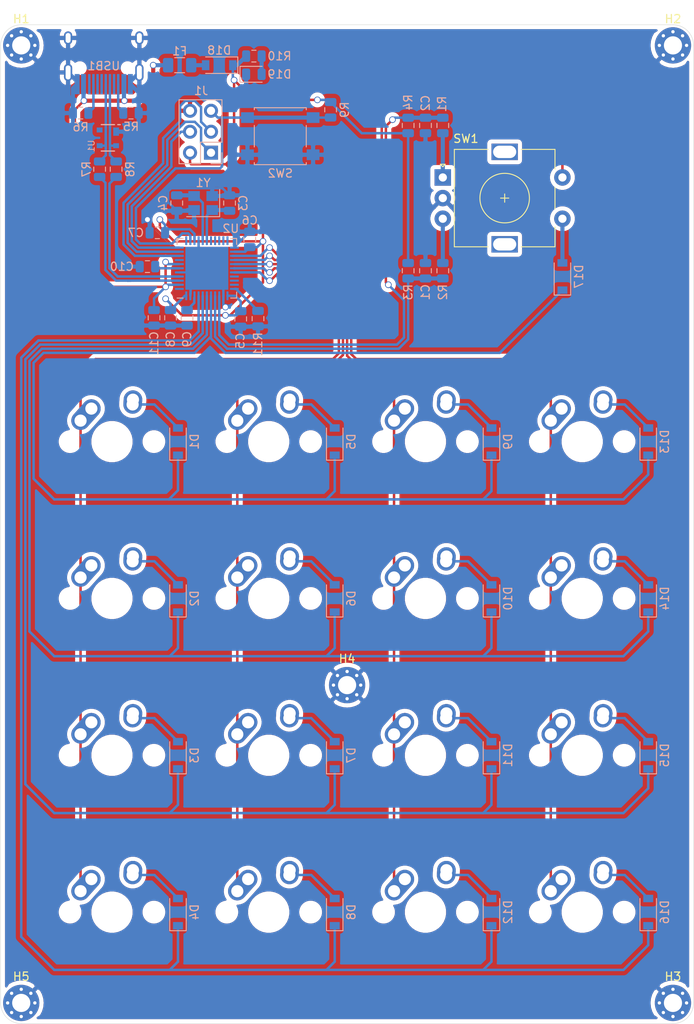
<source format=kicad_pcb>
(kicad_pcb (version 20171130) (host pcbnew "(5.1.6)-1")
  (layers (0 F.Cu signal) (31 B.Cu signal) (34 B.Paste user) (35 F.Paste user) (36 B.SilkS user) (37 F.SilkS user) (38 B.Mask user) (39 F.Mask user) (44 Edge.Cuts user))
  (net 0 "")
  (net 1 GND)
  (net 2 E0_PAD_B-F)
  (net 3 E0_PAD_A-F)
  (net 4 XTAL1)
  (net 5 XTAL2)
  (net 6 +5V)
  (net 7 AREF)
  (net 8 UCAP)
  (net 9 VBUS)
  (net 10 "Net-(D1-Pad2)")
  (net 11 ROW0)
  (net 12 "Net-(D2-Pad2)")
  (net 13 ROW1)
  (net 14 "Net-(D3-Pad2)")
  (net 15 ROW2)
  (net 16 "Net-(D4-Pad2)")
  (net 17 ROW3)
  (net 18 "Net-(D5-Pad2)")
  (net 19 "Net-(D6-Pad2)")
  (net 20 "Net-(D7-Pad2)")
  (net 21 "Net-(D8-Pad2)")
  (net 22 "Net-(D9-Pad2)")
  (net 23 "Net-(D10-Pad2)")
  (net 24 "Net-(D11-Pad2)")
  (net 25 "Net-(D12-Pad2)")
  (net 26 "Net-(D13-Pad2)")
  (net 27 "Net-(D14-Pad2)")
  (net 28 "Net-(D15-Pad2)")
  (net 29 "Net-(D16-Pad2)")
  (net 30 "Net-(D17-Pad2)")
  (net 31 "Net-(D18-Pad2)")
  (net 32 "Net-(D19-Pad2)")
  (net 33 RESET)
  (net 34 MOSI)
  (net 35 SCK)
  (net 36 MISO)
  (net 37 COL0)
  (net 38 COL1)
  (net 39 COL2)
  (net 40 COL3)
  (net 41 E0_PAD_A)
  (net 42 E0_PAD_B)
  (net 43 D-)
  (net 44 D+)
  (net 45 COL4)
  (net 46 "Net-(USB1-Pad3)")
  (net 47 "Net-(USB1-Pad9)")
  (net 48 "Net-(R5-Pad1)")
  (net 49 "Net-(R6-Pad1)")
  (net 50 "Net-(R7-Pad2)")
  (net 51 "Net-(R8-Pad1)")
  (net 52 "Net-(R11-Pad2)")
  (net 53 "Net-(U1-Pad4)")
  (net 54 "Net-(U2-Pad32)")
  (net 55 "Net-(U2-Pad31)")
  (net 56 "Net-(U2-Pad30)")
  (net 57 "Net-(U2-Pad22)")
  (net 58 "Net-(U2-Pad21)")
  (net 59 "Net-(U2-Pad20)")
  (net 60 "Net-(U2-Pad19)")
  (net 61 "Net-(U2-Pad18)")
  (net 62 "Net-(U2-Pad12)")
  (net 63 "Net-(U2-Pad8)")
  (net 64 "Net-(U2-Pad1)")
  (module Connector_PinSocket_2.54mm:PinSocket_2x03_P2.54mm_Vertical (layer B.Cu) (at 70.5 56.5)
    (fp_text reference J1 (at -1.2 -7.5) (layer B.SilkS) (effects (justify mirror)))
    (fp_text value AVR-ISP-6)
    (pad 6 thru_hole oval (at -2.54 -5.08) (size 1.7 1.7) (drill 1) (layers *.Cu *.Mask) (net 1 GND))
    (pad 5 thru_hole oval (at 0 -5.08) (size 1.7 1.7) (drill 1) (layers *.Cu *.Mask) (net 33 RESET))
    (pad 4 thru_hole oval (at -2.54 -2.54) (size 1.7 1.7) (drill 1) (layers *.Cu *.Mask) (net 34 MOSI))
    (pad 3 thru_hole oval (at 0 -2.54) (size 1.7 1.7) (drill 1) (layers *.Cu *.Mask) (net 35 SCK))
    (pad 2 thru_hole oval (at -2.54 0) (size 1.7 1.7) (drill 1) (layers *.Cu *.Mask) (net 6 +5V))
    (pad 1 thru_hole rect (at 0 0) (size 1.7 1.7) (drill 1) (layers *.Cu *.Mask) (net 36 MISO))
  )
  (module mx-alps-hybrid:MX-1U-NoLED (layer F.Cu) (at 77.5 91.5)
    (fp_text reference MX5)
    (fp_text value MX-NoLED)
    (pad "" np_thru_hole circle (at 5.08 0 48.0996) (size 1.75 1.75) (drill 1.75) (layers *.Cu *.Mask))
    (pad "" np_thru_hole circle (at -5.08 0 48.0996) (size 1.75 1.75) (drill 1.75) (layers *.Cu *.Mask))
    (pad 1 thru_hole circle (at -2.5 -4) (size 2.25 2.25) (drill 1.47) (layers *.Cu B.Mask) (net 38 COL1))
    (pad "" np_thru_hole circle (at 0 0) (size 3.9878 3.9878) (drill 3.9878) (layers *.Cu *.Mask))
    (pad 1 thru_hole oval (at -3.81 -2.54 48.0996) (size 4.211556 2.25) (drill 1.47 (offset 0.980778 0)) (layers *.Cu B.Mask) (net 38 COL1))
    (pad 2 thru_hole circle (at 2.54 -5.08) (size 2.25 2.25) (drill 1.47) (layers *.Cu B.Mask) (net 18 "Net-(D5-Pad2)"))
    (pad 2 thru_hole oval (at 2.5 -4.5 86.0548) (size 2.831378 2.25) (drill 1.47 (offset 0.290689 0)) (layers *.Cu B.Mask) (net 18 "Net-(D5-Pad2)"))
  )
  (module Resistor_SMD:R_0805_2012Metric (layer B.Cu) (at 59 58.5 270)
    (fp_text reference R8 (at 0 -1.7 90) (layer B.SilkS) (effects (justify mirror)))
    (fp_text value 22)
    (pad 2 smd roundrect (at 0.9375 0 270) (size 0.975 1.4) (layers B.Cu B.Paste B.Mask) (net 44 D+))
    (pad 1 smd roundrect (at -0.9375 0 270) (size 0.975 1.4) (layers B.Cu B.Paste B.Mask) (net 51 "Net-(R8-Pad1)"))
  )
  (module Resistor_SMD:R_0805_2012Metric (layer B.Cu) (at 94.4 53.2 90)
    (fp_text reference R4 (at 2.8 0 90) (layer B.SilkS) (effects (justify mirror)))
    (fp_text value 10K)
    (pad 2 smd roundrect (at 0.9375 0 90) (size 0.975 1.4) (layers B.Cu B.Paste B.Mask) (net 3 E0_PAD_A-F))
    (pad 1 smd roundrect (at -0.9375 0 90) (size 0.975 1.4) (layers B.Cu B.Paste B.Mask) (net 6 +5V))
  )
  (module Resistor_SMD:R_0805_2012Metric (layer B.Cu) (at 94.4 70.8 270)
    (fp_text reference R3 (at 2.6 0 90) (layer B.SilkS) (effects (justify mirror)))
    (fp_text value 10K)
    (pad 2 smd roundrect (at 0.9375 0 270) (size 0.975 1.4) (layers B.Cu B.Paste B.Mask) (net 2 E0_PAD_B-F))
    (pad 1 smd roundrect (at -0.9375 0 270) (size 0.975 1.4) (layers B.Cu B.Paste B.Mask) (net 6 +5V))
  )
  (module Resistor_SMD:R_0805_2012Metric (layer B.Cu) (at 98.6 70.8 90)
    (fp_text reference R2 (at -2.6 0 90) (layer B.SilkS) (effects (justify mirror)))
    (fp_text value 10K)
    (pad 2 smd roundrect (at 0.9375 0 90) (size 0.975 1.4) (layers B.Cu B.Paste B.Mask) (net 42 E0_PAD_B))
    (pad 1 smd roundrect (at -0.9375 0 90) (size 0.975 1.4) (layers B.Cu B.Paste B.Mask) (net 2 E0_PAD_B-F))
  )
  (module Resistor_SMD:R_0805_2012Metric (layer B.Cu) (at 98.6 53.2 270)
    (fp_text reference R1 (at -2.6 0.1 90) (layer B.SilkS) (effects (justify mirror)))
    (fp_text value 10K)
    (pad 2 smd roundrect (at 0.9375 0 270) (size 0.975 1.4) (layers B.Cu B.Paste B.Mask) (net 41 E0_PAD_A))
    (pad 1 smd roundrect (at -0.9375 0 270) (size 0.975 1.4) (layers B.Cu B.Paste B.Mask) (net 3 E0_PAD_A-F))
  )
  (module Diode_SMD:D_SOD-123 (layer B.Cu) (at 113.1 71.5 90)
    (fp_text reference D17 (at 0 2 90) (layer B.SilkS) (effects (justify mirror)))
    (fp_text value D_Small)
    (pad 2 smd rect (at 1.65 0 90) (size 0.9 1.2) (layers B.Cu B.Paste B.Mask) (net 30 "Net-(D17-Pad2)"))
    (pad 1 smd rect (at -1.65 0 90) (size 0.9 1.2) (layers B.Cu B.Paste B.Mask) (net 11 ROW0))
  )
  (module Capacitor_SMD:C_0805_2012Metric (layer B.Cu) (at 96.5 53.2 270)
    (fp_text reference C2 (at -2.7 0 90) (layer B.SilkS) (effects (justify mirror)))
    (fp_text value 10n)
    (pad 2 smd roundrect (at 0.9375 0 270) (size 0.975 1.4) (layers B.Cu B.Paste B.Mask) (net 1 GND))
    (pad 1 smd roundrect (at -0.9375 0 270) (size 0.975 1.4) (layers B.Cu B.Paste B.Mask) (net 3 E0_PAD_A-F))
  )
  (module Capacitor_SMD:C_0805_2012Metric (layer B.Cu) (at 96.5 70.8 90)
    (fp_text reference C1 (at -2.6 0 90) (layer B.SilkS) (effects (justify mirror)))
    (fp_text value 10n)
    (pad 2 smd roundrect (at 0.9375 0 90) (size 0.975 1.4) (layers B.Cu B.Paste B.Mask) (net 1 GND))
    (pad 1 smd roundrect (at -0.9375 0 90) (size 0.975 1.4) (layers B.Cu B.Paste B.Mask) (net 2 E0_PAD_B-F))
  )
  (module mx-alps-hybrid:MX-1U-NoLED (layer F.Cu) (at 96.5 148.5)
    (fp_text reference MX12)
    (fp_text value MX-NoLED)
    (pad "" np_thru_hole circle (at 5.08 0 48.0996) (size 1.75 1.75) (drill 1.75) (layers *.Cu *.Mask))
    (pad "" np_thru_hole circle (at -5.08 0 48.0996) (size 1.75 1.75) (drill 1.75) (layers *.Cu *.Mask))
    (pad 1 thru_hole circle (at -2.5 -4) (size 2.25 2.25) (drill 1.47) (layers *.Cu B.Mask) (net 39 COL2))
    (pad "" np_thru_hole circle (at 0 0) (size 3.9878 3.9878) (drill 3.9878) (layers *.Cu *.Mask))
    (pad 1 thru_hole oval (at -3.81 -2.54 48.0996) (size 4.211556 2.25) (drill 1.47 (offset 0.980778 0)) (layers *.Cu B.Mask) (net 39 COL2))
    (pad 2 thru_hole circle (at 2.54 -5.08) (size 2.25 2.25) (drill 1.47) (layers *.Cu B.Mask) (net 25 "Net-(D12-Pad2)"))
    (pad 2 thru_hole oval (at 2.5 -4.5 86.0548) (size 2.831378 2.25) (drill 1.47 (offset 0.290689 0)) (layers *.Cu B.Mask) (net 25 "Net-(D12-Pad2)"))
  )
  (module mx-alps-hybrid:MX-1U-NoLED (layer F.Cu) (at 115.5 91.5)
    (fp_text reference MX13)
    (fp_text value MX-NoLED)
    (pad "" np_thru_hole circle (at 5.08 0 48.0996) (size 1.75 1.75) (drill 1.75) (layers *.Cu *.Mask))
    (pad "" np_thru_hole circle (at -5.08 0 48.0996) (size 1.75 1.75) (drill 1.75) (layers *.Cu *.Mask))
    (pad 1 thru_hole circle (at -2.5 -4) (size 2.25 2.25) (drill 1.47) (layers *.Cu B.Mask) (net 40 COL3))
    (pad "" np_thru_hole circle (at 0 0) (size 3.9878 3.9878) (drill 3.9878) (layers *.Cu *.Mask))
    (pad 1 thru_hole oval (at -3.81 -2.54 48.0996) (size 4.211556 2.25) (drill 1.47 (offset 0.980778 0)) (layers *.Cu B.Mask) (net 40 COL3))
    (pad 2 thru_hole circle (at 2.54 -5.08) (size 2.25 2.25) (drill 1.47) (layers *.Cu B.Mask) (net 26 "Net-(D13-Pad2)"))
    (pad 2 thru_hole oval (at 2.5 -4.5 86.0548) (size 2.831378 2.25) (drill 1.47 (offset 0.290689 0)) (layers *.Cu B.Mask) (net 26 "Net-(D13-Pad2)"))
  )
  (module mx-alps-hybrid:MX-1U-NoLED (layer F.Cu) (at 96.5 91.5)
    (fp_text reference MX9)
    (fp_text value MX-NoLED)
    (pad "" np_thru_hole circle (at 5.08 0 48.0996) (size 1.75 1.75) (drill 1.75) (layers *.Cu *.Mask))
    (pad "" np_thru_hole circle (at -5.08 0 48.0996) (size 1.75 1.75) (drill 1.75) (layers *.Cu *.Mask))
    (pad 1 thru_hole circle (at -2.5 -4) (size 2.25 2.25) (drill 1.47) (layers *.Cu B.Mask) (net 39 COL2))
    (pad "" np_thru_hole circle (at 0 0) (size 3.9878 3.9878) (drill 3.9878) (layers *.Cu *.Mask))
    (pad 1 thru_hole oval (at -3.81 -2.54 48.0996) (size 4.211556 2.25) (drill 1.47 (offset 0.980778 0)) (layers *.Cu B.Mask) (net 39 COL2))
    (pad 2 thru_hole circle (at 2.54 -5.08) (size 2.25 2.25) (drill 1.47) (layers *.Cu B.Mask) (net 22 "Net-(D9-Pad2)"))
    (pad 2 thru_hole oval (at 2.5 -4.5 86.0548) (size 2.831378 2.25) (drill 1.47 (offset 0.290689 0)) (layers *.Cu B.Mask) (net 22 "Net-(D9-Pad2)"))
  )
  (module Crystal:Crystal_SMD_3225-4Pin_3.2x2.5mm (layer B.Cu) (at 69.55 62.6 180)
    (fp_text reference Y1 (at 0 2.45) (layer B.SilkS) (effects (justify mirror)))
    (fp_text value 16MHz)
    (pad 4 smd rect (at -1.1 0.85 180) (size 1.4 1.2) (layers B.Cu B.Paste B.Mask) (net 1 GND))
    (pad 3 smd rect (at 1.1 0.85 180) (size 1.4 1.2) (layers B.Cu B.Paste B.Mask) (net 5 XTAL2))
    (pad 2 smd rect (at 1.1 -0.85 180) (size 1.4 1.2) (layers B.Cu B.Paste B.Mask) (net 1 GND))
    (pad 1 smd rect (at -1.1 -0.85 180) (size 1.4 1.2) (layers B.Cu B.Paste B.Mask) (net 4 XTAL1))
  )
  (module type-c:HRO-TYPE-C-31-M-12-HandSoldering (layer B.Cu) (at 57.5 40)
    (fp_text reference USB1 (at 0 6) (layer B.SilkS) (effects (justify mirror)))
    (fp_text value HRO-TYPE-C-31-M-12)
    (pad 12 smd rect (at 3.225 8.195) (size 0.6 2.45) (layers B.Cu B.Paste B.Mask) (net 1 GND))
    (pad 1 smd rect (at -3.225 8.195) (size 0.6 2.45) (layers B.Cu B.Paste B.Mask) (net 1 GND))
    (pad 11 smd rect (at 2.45 8.195) (size 0.6 2.45) (layers B.Cu B.Paste B.Mask) (net 9 VBUS))
    (pad 2 smd rect (at -2.45 8.195) (size 0.6 2.45) (layers B.Cu B.Paste B.Mask) (net 9 VBUS))
    (pad 3 smd rect (at -1.75 8.195) (size 0.3 2.45) (layers B.Cu B.Paste B.Mask) (net 46 "Net-(USB1-Pad3)"))
    (pad 10 smd rect (at 1.75 8.195) (size 0.3 2.45) (layers B.Cu B.Paste B.Mask) (net 48 "Net-(R5-Pad1)"))
    (pad 4 smd rect (at -1.25 8.195) (size 0.3 2.45) (layers B.Cu B.Paste B.Mask) (net 49 "Net-(R6-Pad1)"))
    (pad 9 smd rect (at 1.25 8.195) (size 0.3 2.45) (layers B.Cu B.Paste B.Mask) (net 47 "Net-(USB1-Pad9)"))
    (pad 5 smd rect (at -0.75 8.195) (size 0.3 2.45) (layers B.Cu B.Paste B.Mask) (net 50 "Net-(R7-Pad2)"))
    (pad 8 smd rect (at 0.75 8.195) (size 0.3 2.45) (layers B.Cu B.Paste B.Mask) (net 51 "Net-(R8-Pad1)"))
    (pad 7 smd rect (at 0.25 8.195) (size 0.3 2.45) (layers B.Cu B.Paste B.Mask) (net 50 "Net-(R7-Pad2)"))
    (pad 6 smd rect (at -0.25 8.195) (size 0.3 2.45) (layers B.Cu B.Paste B.Mask) (net 51 "Net-(R8-Pad1)"))
    (pad "" np_thru_hole circle (at 2.89 6.25) (size 0.65 0.65) (drill 0.65) (layers *.Cu *.Mask))
    (pad "" np_thru_hole circle (at -2.89 6.25) (size 0.65 0.65) (drill 0.65) (layers *.Cu *.Mask))
    (pad 13 thru_hole oval (at -4.32 6.78) (size 1 2.1) (drill oval 0.6 1.7) (layers *.Cu F.Mask) (net 1 GND))
    (pad 13 thru_hole oval (at 4.32 6.78) (size 1 2.1) (drill oval 0.6 1.7) (layers *.Cu F.Mask) (net 1 GND))
    (pad 13 thru_hole oval (at -4.32 2.6) (size 1 1.6) (drill oval 0.6 1.2) (layers *.Cu F.Mask) (net 1 GND))
    (pad 13 thru_hole oval (at 4.32 2.6) (size 1 1.6) (drill oval 0.6 1.2) (layers *.Cu F.Mask) (net 1 GND))
  )
  (module Nexperia:SOT143B (layer B.Cu) (at 58 54.7 270)
    (fp_text reference U1 (at 1 2 90) (layer B.SilkS) (effects (font (size 0.75 0.75) (thickness 0.1)) (justify mirror)))
    (fp_text value PRTR5VOU2X hide)
    (pad 4 smd rect (at -0.95 1 270) (size 0.6 0.7) (layers B.Cu B.Paste B.Mask) (net 53 "Net-(U1-Pad4)"))
    (pad 3 smd rect (at 0.95 1 270) (size 0.6 0.7) (layers B.Cu B.Paste B.Mask) (net 50 "Net-(R7-Pad2)"))
    (pad 2 smd rect (at 0.95 -1 270) (size 0.6 0.7) (layers B.Cu B.Paste B.Mask) (net 51 "Net-(R8-Pad1)"))
    (pad 1 smd rect (at -0.75 -1 270) (size 1 0.7) (layers B.Cu B.Paste B.Mask) (net 1 GND))
  )
  (module Package_DFN_QFN:QFN-44-1EP_7x7mm_P0.5mm_EP5.2x5.2mm (layer B.Cu) (at 70 70.5)
    (fp_text reference U2 (at 2.9 -4.8) (layer B.SilkS) (effects (justify mirror)))
    (fp_text value ATmega32U4-MU)
    (pad 45 smd rect (at 0 0) (size 5.2 5.2) (layers B.Cu B.Mask) (net 1 GND))
    (pad 44 smd roundrect (at -2.5 3.3375) (size 0.25 1.075) (layers B.Cu B.Paste B.Mask) (net 6 +5V))
    (pad 43 smd roundrect (at -2 3.3375) (size 0.25 1.075) (layers B.Cu B.Paste B.Mask) (net 1 GND))
    (pad 42 smd roundrect (at -1.5 3.3375) (size 0.25 1.075) (layers B.Cu B.Paste B.Mask) (net 7 AREF))
    (pad 41 smd roundrect (at -1 3.3375) (size 0.25 1.075) (layers B.Cu B.Paste B.Mask) (net 17 ROW3))
    (pad 40 smd roundrect (at -0.5 3.3375) (size 0.25 1.075) (layers B.Cu B.Paste B.Mask) (net 15 ROW2))
    (pad 39 smd roundrect (at 0 3.3375) (size 0.25 1.075) (layers B.Cu B.Paste B.Mask) (net 13 ROW1))
    (pad 38 smd roundrect (at 0.5 3.3375) (size 0.25 1.075) (layers B.Cu B.Paste B.Mask) (net 11 ROW0))
    (pad 37 smd roundrect (at 1 3.3375) (size 0.25 1.075) (layers B.Cu B.Paste B.Mask) (net 2 E0_PAD_B-F))
    (pad 36 smd roundrect (at 1.5 3.3375) (size 0.25 1.075) (layers B.Cu B.Paste B.Mask) (net 3 E0_PAD_A-F))
    (pad 35 smd roundrect (at 2 3.3375) (size 0.25 1.075) (layers B.Cu B.Paste B.Mask) (net 1 GND))
    (pad 34 smd roundrect (at 2.5 3.3375) (size 0.25 1.075) (layers B.Cu B.Paste B.Mask) (net 6 +5V))
    (pad 33 smd roundrect (at 3.3375 2.5) (size 1.075 0.25) (layers B.Cu B.Paste B.Mask) (net 52 "Net-(R11-Pad2)"))
    (pad 32 smd roundrect (at 3.3375 2) (size 1.075 0.25) (layers B.Cu B.Paste B.Mask) (net 54 "Net-(U2-Pad32)"))
    (pad 31 smd roundrect (at 3.3375 1.5) (size 1.075 0.25) (layers B.Cu B.Paste B.Mask) (net 55 "Net-(U2-Pad31)"))
    (pad 30 smd roundrect (at 3.3375 1) (size 1.075 0.25) (layers B.Cu B.Paste B.Mask) (net 56 "Net-(U2-Pad30)"))
    (pad 29 smd roundrect (at 3.3375 0.5) (size 1.075 0.25) (layers B.Cu B.Paste B.Mask) (net 37 COL0))
    (pad 28 smd roundrect (at 3.3375 0) (size 1.075 0.25) (layers B.Cu B.Paste B.Mask) (net 38 COL1))
    (pad 27 smd roundrect (at 3.3375 -0.5) (size 1.075 0.25) (layers B.Cu B.Paste B.Mask) (net 39 COL2))
    (pad 26 smd roundrect (at 3.3375 -1) (size 1.075 0.25) (layers B.Cu B.Paste B.Mask) (net 40 COL3))
    (pad 25 smd roundrect (at 3.3375 -1.5) (size 1.075 0.25) (layers B.Cu B.Paste B.Mask) (net 45 COL4))
    (pad 24 smd roundrect (at 3.3375 -2) (size 1.075 0.25) (layers B.Cu B.Paste B.Mask) (net 6 +5V))
    (pad 23 smd roundrect (at 3.3375 -2.5) (size 1.075 0.25) (layers B.Cu B.Paste B.Mask) (net 1 GND))
    (pad 22 smd roundrect (at 2.5 -3.3375) (size 0.25 1.075) (layers B.Cu B.Paste B.Mask) (net 57 "Net-(U2-Pad22)"))
    (pad 21 smd roundrect (at 2 -3.3375) (size 0.25 1.075) (layers B.Cu B.Paste B.Mask) (net 58 "Net-(U2-Pad21)"))
    (pad 20 smd roundrect (at 1.5 -3.3375) (size 0.25 1.075) (layers B.Cu B.Paste B.Mask) (net 59 "Net-(U2-Pad20)"))
    (pad 19 smd roundrect (at 1 -3.3375) (size 0.25 1.075) (layers B.Cu B.Paste B.Mask) (net 60 "Net-(U2-Pad19)"))
    (pad 18 smd roundrect (at 0.5 -3.3375) (size 0.25 1.075) (layers B.Cu B.Paste B.Mask) (net 61 "Net-(U2-Pad18)"))
    (pad 17 smd roundrect (at 0 -3.3375) (size 0.25 1.075) (layers B.Cu B.Paste B.Mask) (net 4 XTAL1))
    (pad 16 smd roundrect (at -0.5 -3.3375) (size 0.25 1.075) (layers B.Cu B.Paste B.Mask) (net 5 XTAL2))
    (pad 15 smd roundrect (at -1 -3.3375) (size 0.25 1.075) (layers B.Cu B.Paste B.Mask) (net 1 GND))
    (pad 14 smd roundrect (at -1.5 -3.3375) (size 0.25 1.075) (layers B.Cu B.Paste B.Mask) (net 6 +5V))
    (pad 13 smd roundrect (at -2 -3.3375) (size 0.25 1.075) (layers B.Cu B.Paste B.Mask) (net 33 RESET))
    (pad 12 smd roundrect (at -2.5 -3.3375) (size 0.25 1.075) (layers B.Cu B.Paste B.Mask) (net 62 "Net-(U2-Pad12)"))
    (pad 11 smd roundrect (at -3.3375 -2.5) (size 1.075 0.25) (layers B.Cu B.Paste B.Mask) (net 34 MOSI))
    (pad 10 smd roundrect (at -3.3375 -2) (size 1.075 0.25) (layers B.Cu B.Paste B.Mask) (net 36 MISO))
    (pad 9 smd roundrect (at -3.3375 -1.5) (size 1.075 0.25) (layers B.Cu B.Paste B.Mask) (net 35 SCK))
    (pad 8 smd roundrect (at -3.3375 -1) (size 1.075 0.25) (layers B.Cu B.Paste B.Mask) (net 63 "Net-(U2-Pad8)"))
    (pad 7 smd roundrect (at -3.3375 -0.5) (size 1.075 0.25) (layers B.Cu B.Paste B.Mask) (net 9 VBUS))
    (pad 6 smd roundrect (at -3.3375 0) (size 1.075 0.25) (layers B.Cu B.Paste B.Mask) (net 8 UCAP))
    (pad 5 smd roundrect (at -3.3375 0.5) (size 1.075 0.25) (layers B.Cu B.Paste B.Mask) (net 1 GND))
    (pad 4 smd roundrect (at -3.3375 1) (size 1.075 0.25) (layers B.Cu B.Paste B.Mask) (net 44 D+))
    (pad 3 smd roundrect (at -3.3375 1.5) (size 1.075 0.25) (layers B.Cu B.Paste B.Mask) (net 43 D-))
    (pad 2 smd roundrect (at -3.3375 2) (size 1.075 0.25) (layers B.Cu B.Paste B.Mask) (net 9 VBUS))
    (pad 1 smd roundrect (at -3.3375 2.5) (size 1.075 0.25) (layers B.Cu B.Paste B.Mask) (net 64 "Net-(U2-Pad1)"))
  )
  (module Button_Switch_SMD:SW_SPST_B3S-1000 (layer B.Cu) (at 78.9 54.5)
    (fp_text reference SW2 (at 0 4.5) (layer B.SilkS) (effects (justify mirror)))
    (fp_text value SW_Push)
    (pad 2 smd rect (at 3.975 -2.25) (size 1.55 1.3) (layers B.Cu B.Paste B.Mask) (net 33 RESET))
    (pad 2 smd rect (at -3.975 -2.25) (size 1.55 1.3) (layers B.Cu B.Paste B.Mask) (net 33 RESET))
    (pad 1 smd rect (at 3.975 2.25) (size 1.55 1.3) (layers B.Cu B.Paste B.Mask) (net 1 GND))
    (pad 1 smd rect (at -3.975 2.25) (size 1.55 1.3) (layers B.Cu B.Paste B.Mask) (net 1 GND))
  )
  (module Rotary_Encoder:RotaryEncoder_Alps_EC11E-Switch_Vertical_H20mm (layer F.Cu) (at 98.6 59.5)
    (fp_text reference SW1 (at 2.8 -4.7) (layer F.SilkS))
    (fp_text value EC11)
    (pad A thru_hole rect (at 0 0) (size 2 2) (drill 1) (layers *.Cu *.Mask) (net 41 E0_PAD_A))
    (pad C thru_hole circle (at 0 2.5) (size 2 2) (drill 1) (layers *.Cu *.Mask) (net 1 GND))
    (pad B thru_hole circle (at 0 5) (size 2 2) (drill 1) (layers *.Cu *.Mask) (net 42 E0_PAD_B))
    (pad MP thru_hole rect (at 7.5 -3.1) (size 3.2 2) (drill oval 2.8 1.5) (layers *.Cu *.Mask))
    (pad MP thru_hole rect (at 7.5 8.1) (size 3.2 2) (drill oval 2.8 1.5) (layers *.Cu *.Mask))
    (pad S2 thru_hole circle (at 14.5 0) (size 2 2) (drill 1) (layers *.Cu *.Mask) (net 45 COL4))
    (pad S1 thru_hole circle (at 14.5 5) (size 2 2) (drill 1) (layers *.Cu *.Mask) (net 30 "Net-(D17-Pad2)"))
  )
  (module Resistor_SMD:R_0805_2012Metric (layer B.Cu) (at 76.2 76.6 90)
    (fp_text reference R11 (at -3.1 0 90) (layer B.SilkS) (effects (justify mirror)))
    (fp_text value 10K)
    (pad 2 smd roundrect (at 0.9375 0 90) (size 0.975 1.4) (layers B.Cu B.Paste B.Mask) (net 52 "Net-(R11-Pad2)"))
    (pad 1 smd roundrect (at -0.9375 0 90) (size 0.975 1.4) (layers B.Cu B.Paste B.Mask) (net 1 GND))
  )
  (module Resistor_SMD:R_0805_2012Metric (layer B.Cu) (at 75.7 44.8)
    (fp_text reference R10 (at 3.1 0) (layer B.SilkS) (effects (justify mirror)))
    (fp_text value 1K)
    (pad 2 smd roundrect (at 0.9375 0) (size 0.975 1.4) (layers B.Cu B.Paste B.Mask) (net 32 "Net-(D19-Pad2)"))
    (pad 1 smd roundrect (at -0.9375 0) (size 0.975 1.4) (layers B.Cu B.Paste B.Mask) (net 6 +5V))
  )
  (module Resistor_SMD:R_0805_2012Metric (layer B.Cu) (at 85 51.3 270)
    (fp_text reference R9 (at 0 -1.7 90) (layer B.SilkS) (effects (justify mirror)))
    (fp_text value 10K)
    (pad 2 smd roundrect (at 0.9375 0 270) (size 0.975 1.4) (layers B.Cu B.Paste B.Mask) (net 33 RESET))
    (pad 1 smd roundrect (at -0.9375 0 270) (size 0.975 1.4) (layers B.Cu B.Paste B.Mask) (net 6 +5V))
  )
  (module Resistor_SMD:R_0805_2012Metric (layer B.Cu) (at 57 58.5 90)
    (fp_text reference R7 (at 0 -1.6 90) (layer B.SilkS) (effects (justify mirror)))
    (fp_text value 22)
    (pad 2 smd roundrect (at 0.9375 0 90) (size 0.975 1.4) (layers B.Cu B.Paste B.Mask) (net 50 "Net-(R7-Pad2)"))
    (pad 1 smd roundrect (at -0.9375 0 90) (size 0.975 1.4) (layers B.Cu B.Paste B.Mask) (net 43 D-))
  )
  (module Resistor_SMD:R_0805_2012Metric (layer B.Cu) (at 54.7 51.7 180)
    (fp_text reference R6 (at 0 -1.7) (layer B.SilkS) (effects (justify mirror)))
    (fp_text value 5.1K)
    (pad 2 smd roundrect (at 0.9375 0 180) (size 0.975 1.4) (layers B.Cu B.Paste B.Mask) (net 1 GND))
    (pad 1 smd roundrect (at -0.9375 0 180) (size 0.975 1.4) (layers B.Cu B.Paste B.Mask) (net 49 "Net-(R6-Pad1)"))
  )
  (module Resistor_SMD:R_0805_2012Metric (layer B.Cu) (at 60.8 51.7)
    (fp_text reference R5 (at 0 1.65) (layer B.SilkS) (effects (justify mirror)))
    (fp_text value 5.1K)
    (pad 2 smd roundrect (at 0.9375 0) (size 0.975 1.4) (layers B.Cu B.Paste B.Mask) (net 1 GND))
    (pad 1 smd roundrect (at -0.9375 0) (size 0.975 1.4) (layers B.Cu B.Paste B.Mask) (net 48 "Net-(R5-Pad1)"))
  )
  (module mx-alps-hybrid:MX-1U-NoLED (layer F.Cu) (at 115.5 148.5)
    (fp_text reference MX16)
    (fp_text value MX-NoLED)
    (pad "" np_thru_hole circle (at 5.08 0 48.0996) (size 1.75 1.75) (drill 1.75) (layers *.Cu *.Mask))
    (pad "" np_thru_hole circle (at -5.08 0 48.0996) (size 1.75 1.75) (drill 1.75) (layers *.Cu *.Mask))
    (pad 1 thru_hole circle (at -2.5 -4) (size 2.25 2.25) (drill 1.47) (layers *.Cu B.Mask) (net 40 COL3))
    (pad "" np_thru_hole circle (at 0 0) (size 3.9878 3.9878) (drill 3.9878) (layers *.Cu *.Mask))
    (pad 1 thru_hole oval (at -3.81 -2.54 48.0996) (size 4.211556 2.25) (drill 1.47 (offset 0.980778 0)) (layers *.Cu B.Mask) (net 40 COL3))
    (pad 2 thru_hole circle (at 2.54 -5.08) (size 2.25 2.25) (drill 1.47) (layers *.Cu B.Mask) (net 29 "Net-(D16-Pad2)"))
    (pad 2 thru_hole oval (at 2.5 -4.5 86.0548) (size 2.831378 2.25) (drill 1.47 (offset 0.290689 0)) (layers *.Cu B.Mask) (net 29 "Net-(D16-Pad2)"))
  )
  (module mx-alps-hybrid:MX-1U-NoLED (layer F.Cu) (at 115.5 129.5)
    (fp_text reference MX15)
    (fp_text value MX-NoLED)
    (pad "" np_thru_hole circle (at 5.08 0 48.0996) (size 1.75 1.75) (drill 1.75) (layers *.Cu *.Mask))
    (pad "" np_thru_hole circle (at -5.08 0 48.0996) (size 1.75 1.75) (drill 1.75) (layers *.Cu *.Mask))
    (pad 1 thru_hole circle (at -2.5 -4) (size 2.25 2.25) (drill 1.47) (layers *.Cu B.Mask) (net 40 COL3))
    (pad "" np_thru_hole circle (at 0 0) (size 3.9878 3.9878) (drill 3.9878) (layers *.Cu *.Mask))
    (pad 1 thru_hole oval (at -3.81 -2.54 48.0996) (size 4.211556 2.25) (drill 1.47 (offset 0.980778 0)) (layers *.Cu B.Mask) (net 40 COL3))
    (pad 2 thru_hole circle (at 2.54 -5.08) (size 2.25 2.25) (drill 1.47) (layers *.Cu B.Mask) (net 28 "Net-(D15-Pad2)"))
    (pad 2 thru_hole oval (at 2.5 -4.5 86.0548) (size 2.831378 2.25) (drill 1.47 (offset 0.290689 0)) (layers *.Cu B.Mask) (net 28 "Net-(D15-Pad2)"))
  )
  (module mx-alps-hybrid:MX-1U-NoLED (layer F.Cu) (at 115.5 110.5)
    (fp_text reference MX14)
    (fp_text value MX-NoLED)
    (pad "" np_thru_hole circle (at 5.08 0 48.0996) (size 1.75 1.75) (drill 1.75) (layers *.Cu *.Mask))
    (pad "" np_thru_hole circle (at -5.08 0 48.0996) (size 1.75 1.75) (drill 1.75) (layers *.Cu *.Mask))
    (pad 1 thru_hole circle (at -2.5 -4) (size 2.25 2.25) (drill 1.47) (layers *.Cu B.Mask) (net 40 COL3))
    (pad "" np_thru_hole circle (at 0 0) (size 3.9878 3.9878) (drill 3.9878) (layers *.Cu *.Mask))
    (pad 1 thru_hole oval (at -3.81 -2.54 48.0996) (size 4.211556 2.25) (drill 1.47 (offset 0.980778 0)) (layers *.Cu B.Mask) (net 40 COL3))
    (pad 2 thru_hole circle (at 2.54 -5.08) (size 2.25 2.25) (drill 1.47) (layers *.Cu B.Mask) (net 27 "Net-(D14-Pad2)"))
    (pad 2 thru_hole oval (at 2.5 -4.5 86.0548) (size 2.831378 2.25) (drill 1.47 (offset 0.290689 0)) (layers *.Cu B.Mask) (net 27 "Net-(D14-Pad2)"))
  )
  (module mx-alps-hybrid:MX-1U-NoLED (layer F.Cu) (at 96.5 129.5)
    (fp_text reference MX11)
    (fp_text value MX-NoLED)
    (pad "" np_thru_hole circle (at 5.08 0 48.0996) (size 1.75 1.75) (drill 1.75) (layers *.Cu *.Mask))
    (pad "" np_thru_hole circle (at -5.08 0 48.0996) (size 1.75 1.75) (drill 1.75) (layers *.Cu *.Mask))
    (pad 1 thru_hole circle (at -2.5 -4) (size 2.25 2.25) (drill 1.47) (layers *.Cu B.Mask) (net 39 COL2))
    (pad "" np_thru_hole circle (at 0 0) (size 3.9878 3.9878) (drill 3.9878) (layers *.Cu *.Mask))
    (pad 1 thru_hole oval (at -3.81 -2.54 48.0996) (size 4.211556 2.25) (drill 1.47 (offset 0.980778 0)) (layers *.Cu B.Mask) (net 39 COL2))
    (pad 2 thru_hole circle (at 2.54 -5.08) (size 2.25 2.25) (drill 1.47) (layers *.Cu B.Mask) (net 24 "Net-(D11-Pad2)"))
    (pad 2 thru_hole oval (at 2.5 -4.5 86.0548) (size 2.831378 2.25) (drill 1.47 (offset 0.290689 0)) (layers *.Cu B.Mask) (net 24 "Net-(D11-Pad2)"))
  )
  (module mx-alps-hybrid:MX-1U-NoLED (layer F.Cu) (at 96.5 110.5)
    (fp_text reference MX10)
    (fp_text value MX-NoLED)
    (pad "" np_thru_hole circle (at 5.08 0 48.0996) (size 1.75 1.75) (drill 1.75) (layers *.Cu *.Mask))
    (pad "" np_thru_hole circle (at -5.08 0 48.0996) (size 1.75 1.75) (drill 1.75) (layers *.Cu *.Mask))
    (pad 1 thru_hole circle (at -2.5 -4) (size 2.25 2.25) (drill 1.47) (layers *.Cu B.Mask) (net 39 COL2))
    (pad "" np_thru_hole circle (at 0 0) (size 3.9878 3.9878) (drill 3.9878) (layers *.Cu *.Mask))
    (pad 1 thru_hole oval (at -3.81 -2.54 48.0996) (size 4.211556 2.25) (drill 1.47 (offset 0.980778 0)) (layers *.Cu B.Mask) (net 39 COL2))
    (pad 2 thru_hole circle (at 2.54 -5.08) (size 2.25 2.25) (drill 1.47) (layers *.Cu B.Mask) (net 23 "Net-(D10-Pad2)"))
    (pad 2 thru_hole oval (at 2.5 -4.5 86.0548) (size 2.831378 2.25) (drill 1.47 (offset 0.290689 0)) (layers *.Cu B.Mask) (net 23 "Net-(D10-Pad2)"))
  )
  (module mx-alps-hybrid:MX-1U-NoLED (layer F.Cu) (at 77.5 148.5)
    (fp_text reference MX8)
    (fp_text value MX-NoLED)
    (pad "" np_thru_hole circle (at 5.08 0 48.0996) (size 1.75 1.75) (drill 1.75) (layers *.Cu *.Mask))
    (pad "" np_thru_hole circle (at -5.08 0 48.0996) (size 1.75 1.75) (drill 1.75) (layers *.Cu *.Mask))
    (pad 1 thru_hole circle (at -2.5 -4) (size 2.25 2.25) (drill 1.47) (layers *.Cu B.Mask) (net 38 COL1))
    (pad "" np_thru_hole circle (at 0 0) (size 3.9878 3.9878) (drill 3.9878) (layers *.Cu *.Mask))
    (pad 1 thru_hole oval (at -3.81 -2.54 48.0996) (size 4.211556 2.25) (drill 1.47 (offset 0.980778 0)) (layers *.Cu B.Mask) (net 38 COL1))
    (pad 2 thru_hole circle (at 2.54 -5.08) (size 2.25 2.25) (drill 1.47) (layers *.Cu B.Mask) (net 21 "Net-(D8-Pad2)"))
    (pad 2 thru_hole oval (at 2.5 -4.5 86.0548) (size 2.831378 2.25) (drill 1.47 (offset 0.290689 0)) (layers *.Cu B.Mask) (net 21 "Net-(D8-Pad2)"))
  )
  (module mx-alps-hybrid:MX-1U-NoLED (layer F.Cu) (at 77.5 129.5)
    (fp_text reference MX7)
    (fp_text value MX-NoLED)
    (pad "" np_thru_hole circle (at 5.08 0 48.0996) (size 1.75 1.75) (drill 1.75) (layers *.Cu *.Mask))
    (pad "" np_thru_hole circle (at -5.08 0 48.0996) (size 1.75 1.75) (drill 1.75) (layers *.Cu *.Mask))
    (pad 1 thru_hole circle (at -2.5 -4) (size 2.25 2.25) (drill 1.47) (layers *.Cu B.Mask) (net 38 COL1))
    (pad "" np_thru_hole circle (at 0 0) (size 3.9878 3.9878) (drill 3.9878) (layers *.Cu *.Mask))
    (pad 1 thru_hole oval (at -3.81 -2.54 48.0996) (size 4.211556 2.25) (drill 1.47 (offset 0.980778 0)) (layers *.Cu B.Mask) (net 38 COL1))
    (pad 2 thru_hole circle (at 2.54 -5.08) (size 2.25 2.25) (drill 1.47) (layers *.Cu B.Mask) (net 20 "Net-(D7-Pad2)"))
    (pad 2 thru_hole oval (at 2.5 -4.5 86.0548) (size 2.831378 2.25) (drill 1.47 (offset 0.290689 0)) (layers *.Cu B.Mask) (net 20 "Net-(D7-Pad2)"))
  )
  (module mx-alps-hybrid:MX-1U-NoLED (layer F.Cu) (at 77.5 110.5)
    (fp_text reference MX6)
    (fp_text value MX-NoLED)
    (pad "" np_thru_hole circle (at 5.08 0 48.0996) (size 1.75 1.75) (drill 1.75) (layers *.Cu *.Mask))
    (pad "" np_thru_hole circle (at -5.08 0 48.0996) (size 1.75 1.75) (drill 1.75) (layers *.Cu *.Mask))
    (pad 1 thru_hole circle (at -2.5 -4) (size 2.25 2.25) (drill 1.47) (layers *.Cu B.Mask) (net 38 COL1))
    (pad "" np_thru_hole circle (at 0 0) (size 3.9878 3.9878) (drill 3.9878) (layers *.Cu *.Mask))
    (pad 1 thru_hole oval (at -3.81 -2.54 48.0996) (size 4.211556 2.25) (drill 1.47 (offset 0.980778 0)) (layers *.Cu B.Mask) (net 38 COL1))
    (pad 2 thru_hole circle (at 2.54 -5.08) (size 2.25 2.25) (drill 1.47) (layers *.Cu B.Mask) (net 19 "Net-(D6-Pad2)"))
    (pad 2 thru_hole oval (at 2.5 -4.5 86.0548) (size 2.831378 2.25) (drill 1.47 (offset 0.290689 0)) (layers *.Cu B.Mask) (net 19 "Net-(D6-Pad2)"))
  )
  (module mx-alps-hybrid:MX-1U-NoLED (layer F.Cu) (at 58.5 148.5)
    (fp_text reference MX4)
    (fp_text value MX-NoLED)
    (pad "" np_thru_hole circle (at 5.08 0 48.0996) (size 1.75 1.75) (drill 1.75) (layers *.Cu *.Mask))
    (pad "" np_thru_hole circle (at -5.08 0 48.0996) (size 1.75 1.75) (drill 1.75) (layers *.Cu *.Mask))
    (pad 1 thru_hole circle (at -2.5 -4) (size 2.25 2.25) (drill 1.47) (layers *.Cu B.Mask) (net 37 COL0))
    (pad "" np_thru_hole circle (at 0 0) (size 3.9878 3.9878) (drill 3.9878) (layers *.Cu *.Mask))
    (pad 1 thru_hole oval (at -3.81 -2.54 48.0996) (size 4.211556 2.25) (drill 1.47 (offset 0.980778 0)) (layers *.Cu B.Mask) (net 37 COL0))
    (pad 2 thru_hole circle (at 2.54 -5.08) (size 2.25 2.25) (drill 1.47) (layers *.Cu B.Mask) (net 16 "Net-(D4-Pad2)"))
    (pad 2 thru_hole oval (at 2.5 -4.5 86.0548) (size 2.831378 2.25) (drill 1.47 (offset 0.290689 0)) (layers *.Cu B.Mask) (net 16 "Net-(D4-Pad2)"))
  )
  (module mx-alps-hybrid:MX-1U-NoLED (layer F.Cu) (at 58.5 129.5)
    (fp_text reference MX3)
    (fp_text value MX-NoLED)
    (pad "" np_thru_hole circle (at 5.08 0 48.0996) (size 1.75 1.75) (drill 1.75) (layers *.Cu *.Mask))
    (pad "" np_thru_hole circle (at -5.08 0 48.0996) (size 1.75 1.75) (drill 1.75) (layers *.Cu *.Mask))
    (pad 1 thru_hole circle (at -2.5 -4) (size 2.25 2.25) (drill 1.47) (layers *.Cu B.Mask) (net 37 COL0))
    (pad "" np_thru_hole circle (at 0 0) (size 3.9878 3.9878) (drill 3.9878) (layers *.Cu *.Mask))
    (pad 1 thru_hole oval (at -3.81 -2.54 48.0996) (size 4.211556 2.25) (drill 1.47 (offset 0.980778 0)) (layers *.Cu B.Mask) (net 37 COL0))
    (pad 2 thru_hole circle (at 2.54 -5.08) (size 2.25 2.25) (drill 1.47) (layers *.Cu B.Mask) (net 14 "Net-(D3-Pad2)"))
    (pad 2 thru_hole oval (at 2.5 -4.5 86.0548) (size 2.831378 2.25) (drill 1.47 (offset 0.290689 0)) (layers *.Cu B.Mask) (net 14 "Net-(D3-Pad2)"))
  )
  (module mx-alps-hybrid:MX-1U-NoLED (layer F.Cu) (at 58.5 110.5)
    (fp_text reference MX2)
    (fp_text value MX-NoLED)
    (pad "" np_thru_hole circle (at 5.08 0 48.0996) (size 1.75 1.75) (drill 1.75) (layers *.Cu *.Mask))
    (pad "" np_thru_hole circle (at -5.08 0 48.0996) (size 1.75 1.75) (drill 1.75) (layers *.Cu *.Mask))
    (pad 1 thru_hole circle (at -2.5 -4) (size 2.25 2.25) (drill 1.47) (layers *.Cu B.Mask) (net 37 COL0))
    (pad "" np_thru_hole circle (at 0 0) (size 3.9878 3.9878) (drill 3.9878) (layers *.Cu *.Mask))
    (pad 1 thru_hole oval (at -3.81 -2.54 48.0996) (size 4.211556 2.25) (drill 1.47 (offset 0.980778 0)) (layers *.Cu B.Mask) (net 37 COL0))
    (pad 2 thru_hole circle (at 2.54 -5.08) (size 2.25 2.25) (drill 1.47) (layers *.Cu B.Mask) (net 12 "Net-(D2-Pad2)"))
    (pad 2 thru_hole oval (at 2.5 -4.5 86.0548) (size 2.831378 2.25) (drill 1.47 (offset 0.290689 0)) (layers *.Cu B.Mask) (net 12 "Net-(D2-Pad2)"))
  )
  (module mx-alps-hybrid:MX-1U-NoLED (layer F.Cu) (at 58.5 91.5)
    (fp_text reference MX1)
    (fp_text value MX-NoLED)
    (pad "" np_thru_hole circle (at 5.08 0 48.0996) (size 1.75 1.75) (drill 1.75) (layers *.Cu *.Mask))
    (pad "" np_thru_hole circle (at -5.08 0 48.0996) (size 1.75 1.75) (drill 1.75) (layers *.Cu *.Mask))
    (pad 1 thru_hole circle (at -2.5 -4) (size 2.25 2.25) (drill 1.47) (layers *.Cu B.Mask) (net 37 COL0))
    (pad "" np_thru_hole circle (at 0 0) (size 3.9878 3.9878) (drill 3.9878) (layers *.Cu *.Mask))
    (pad 1 thru_hole oval (at -3.81 -2.54 48.0996) (size 4.211556 2.25) (drill 1.47 (offset 0.980778 0)) (layers *.Cu B.Mask) (net 37 COL0))
    (pad 2 thru_hole circle (at 2.54 -5.08) (size 2.25 2.25) (drill 1.47) (layers *.Cu B.Mask) (net 10 "Net-(D1-Pad2)"))
    (pad 2 thru_hole oval (at 2.5 -4.5 86.0548) (size 2.831378 2.25) (drill 1.47 (offset 0.290689 0)) (layers *.Cu B.Mask) (net 10 "Net-(D1-Pad2)"))
  )
  (module MountingHole:MountingHole_2.2mm_M2_Pad_Via (layer F.Cu) (at 47.5 159.5)
    (fp_text reference H5 (at 0 -3.2) (layer F.SilkS))
    (fp_text value MountingHole_Pad)
    (pad 1 thru_hole circle (at 1.166726 -1.166726) (size 0.7 0.7) (drill 0.4) (layers *.Cu *.Mask) (net 1 GND))
    (pad 1 thru_hole circle (at 0 -1.65) (size 0.7 0.7) (drill 0.4) (layers *.Cu *.Mask) (net 1 GND))
    (pad 1 thru_hole circle (at -1.166726 -1.166726) (size 0.7 0.7) (drill 0.4) (layers *.Cu *.Mask) (net 1 GND))
    (pad 1 thru_hole circle (at -1.65 0) (size 0.7 0.7) (drill 0.4) (layers *.Cu *.Mask) (net 1 GND))
    (pad 1 thru_hole circle (at -1.166726 1.166726) (size 0.7 0.7) (drill 0.4) (layers *.Cu *.Mask) (net 1 GND))
    (pad 1 thru_hole circle (at 0 1.65) (size 0.7 0.7) (drill 0.4) (layers *.Cu *.Mask) (net 1 GND))
    (pad 1 thru_hole circle (at 1.166726 1.166726) (size 0.7 0.7) (drill 0.4) (layers *.Cu *.Mask) (net 1 GND))
    (pad 1 thru_hole circle (at 1.65 0) (size 0.7 0.7) (drill 0.4) (layers *.Cu *.Mask) (net 1 GND))
    (pad 1 thru_hole circle (at 0 0) (size 4.4 4.4) (drill 2.2) (layers *.Cu *.Mask) (net 1 GND))
  )
  (module MountingHole:MountingHole_2.2mm_M2_Pad_Via (layer F.Cu) (at 87 121)
    (fp_text reference H4 (at 0 -3.2) (layer F.SilkS))
    (fp_text value MountingHole_Pad)
    (pad 1 thru_hole circle (at 1.166726 -1.166726) (size 0.7 0.7) (drill 0.4) (layers *.Cu *.Mask) (net 1 GND))
    (pad 1 thru_hole circle (at 0 -1.65) (size 0.7 0.7) (drill 0.4) (layers *.Cu *.Mask) (net 1 GND))
    (pad 1 thru_hole circle (at -1.166726 -1.166726) (size 0.7 0.7) (drill 0.4) (layers *.Cu *.Mask) (net 1 GND))
    (pad 1 thru_hole circle (at -1.65 0) (size 0.7 0.7) (drill 0.4) (layers *.Cu *.Mask) (net 1 GND))
    (pad 1 thru_hole circle (at -1.166726 1.166726) (size 0.7 0.7) (drill 0.4) (layers *.Cu *.Mask) (net 1 GND))
    (pad 1 thru_hole circle (at 0 1.65) (size 0.7 0.7) (drill 0.4) (layers *.Cu *.Mask) (net 1 GND))
    (pad 1 thru_hole circle (at 1.166726 1.166726) (size 0.7 0.7) (drill 0.4) (layers *.Cu *.Mask) (net 1 GND))
    (pad 1 thru_hole circle (at 1.65 0) (size 0.7 0.7) (drill 0.4) (layers *.Cu *.Mask) (net 1 GND))
    (pad 1 thru_hole circle (at 0 0) (size 4.4 4.4) (drill 2.2) (layers *.Cu *.Mask) (net 1 GND))
  )
  (module MountingHole:MountingHole_2.2mm_M2_Pad_Via (layer F.Cu) (at 126.5 159.5)
    (fp_text reference H3 (at 0 -3.2) (layer F.SilkS))
    (fp_text value MountingHole_Pad)
    (pad 1 thru_hole circle (at 1.166726 -1.166726) (size 0.7 0.7) (drill 0.4) (layers *.Cu *.Mask) (net 1 GND))
    (pad 1 thru_hole circle (at 0 -1.65) (size 0.7 0.7) (drill 0.4) (layers *.Cu *.Mask) (net 1 GND))
    (pad 1 thru_hole circle (at -1.166726 -1.166726) (size 0.7 0.7) (drill 0.4) (layers *.Cu *.Mask) (net 1 GND))
    (pad 1 thru_hole circle (at -1.65 0) (size 0.7 0.7) (drill 0.4) (layers *.Cu *.Mask) (net 1 GND))
    (pad 1 thru_hole circle (at -1.166726 1.166726) (size 0.7 0.7) (drill 0.4) (layers *.Cu *.Mask) (net 1 GND))
    (pad 1 thru_hole circle (at 0 1.65) (size 0.7 0.7) (drill 0.4) (layers *.Cu *.Mask) (net 1 GND))
    (pad 1 thru_hole circle (at 1.166726 1.166726) (size 0.7 0.7) (drill 0.4) (layers *.Cu *.Mask) (net 1 GND))
    (pad 1 thru_hole circle (at 1.65 0) (size 0.7 0.7) (drill 0.4) (layers *.Cu *.Mask) (net 1 GND))
    (pad 1 thru_hole circle (at 0 0) (size 4.4 4.4) (drill 2.2) (layers *.Cu *.Mask) (net 1 GND))
  )
  (module MountingHole:MountingHole_2.2mm_M2_Pad_Via (layer F.Cu) (at 126.5 43.5)
    (fp_text reference H2 (at 0 -3.2) (layer F.SilkS))
    (fp_text value MountingHole_Pad)
    (pad 1 thru_hole circle (at 1.166726 -1.166726) (size 0.7 0.7) (drill 0.4) (layers *.Cu *.Mask) (net 1 GND))
    (pad 1 thru_hole circle (at 0 -1.65) (size 0.7 0.7) (drill 0.4) (layers *.Cu *.Mask) (net 1 GND))
    (pad 1 thru_hole circle (at -1.166726 -1.166726) (size 0.7 0.7) (drill 0.4) (layers *.Cu *.Mask) (net 1 GND))
    (pad 1 thru_hole circle (at -1.65 0) (size 0.7 0.7) (drill 0.4) (layers *.Cu *.Mask) (net 1 GND))
    (pad 1 thru_hole circle (at -1.166726 1.166726) (size 0.7 0.7) (drill 0.4) (layers *.Cu *.Mask) (net 1 GND))
    (pad 1 thru_hole circle (at 0 1.65) (size 0.7 0.7) (drill 0.4) (layers *.Cu *.Mask) (net 1 GND))
    (pad 1 thru_hole circle (at 1.166726 1.166726) (size 0.7 0.7) (drill 0.4) (layers *.Cu *.Mask) (net 1 GND))
    (pad 1 thru_hole circle (at 1.65 0) (size 0.7 0.7) (drill 0.4) (layers *.Cu *.Mask) (net 1 GND))
    (pad 1 thru_hole circle (at 0 0) (size 4.4 4.4) (drill 2.2) (layers *.Cu *.Mask) (net 1 GND))
  )
  (module MountingHole:MountingHole_2.2mm_M2_Pad_Via (layer F.Cu) (at 47.5 43.5)
    (fp_text reference H1 (at 0 -3.2) (layer F.SilkS))
    (fp_text value MountingHole_Pad)
    (pad 1 thru_hole circle (at 1.166726 -1.166726) (size 0.7 0.7) (drill 0.4) (layers *.Cu *.Mask) (net 1 GND))
    (pad 1 thru_hole circle (at 0 -1.65) (size 0.7 0.7) (drill 0.4) (layers *.Cu *.Mask) (net 1 GND))
    (pad 1 thru_hole circle (at -1.166726 -1.166726) (size 0.7 0.7) (drill 0.4) (layers *.Cu *.Mask) (net 1 GND))
    (pad 1 thru_hole circle (at -1.65 0) (size 0.7 0.7) (drill 0.4) (layers *.Cu *.Mask) (net 1 GND))
    (pad 1 thru_hole circle (at -1.166726 1.166726) (size 0.7 0.7) (drill 0.4) (layers *.Cu *.Mask) (net 1 GND))
    (pad 1 thru_hole circle (at 0 1.65) (size 0.7 0.7) (drill 0.4) (layers *.Cu *.Mask) (net 1 GND))
    (pad 1 thru_hole circle (at 1.166726 1.166726) (size 0.7 0.7) (drill 0.4) (layers *.Cu *.Mask) (net 1 GND))
    (pad 1 thru_hole circle (at 1.65 0) (size 0.7 0.7) (drill 0.4) (layers *.Cu *.Mask) (net 1 GND))
    (pad 1 thru_hole circle (at 0 0) (size 4.4 4.4) (drill 2.2) (layers *.Cu *.Mask) (net 1 GND))
  )
  (module Fuse:Fuse_1206_3216Metric (layer B.Cu) (at 66.7 45.9 180)
    (fp_text reference F1 (at 0 1.7) (layer B.SilkS) (effects (justify mirror)))
    (fp_text value 500mA)
    (pad 2 smd roundrect (at 1.4 0 180) (size 1.25 1.75) (layers B.Cu B.Paste B.Mask) (roundrect_rratio 0.2) (net 9 VBUS))
    (pad 1 smd roundrect (at -1.4 0 180) (size 1.25 1.75) (layers B.Cu B.Paste B.Mask) (roundrect_rratio 0.2) (net 31 "Net-(D18-Pad2)"))
  )
  (module LED_SMD:LED_0805_2012Metric (layer B.Cu) (at 75.7 47)
    (fp_text reference D19 (at 3.1 0) (layer B.SilkS) (effects (justify mirror)))
    (fp_text value RED)
    (pad 2 smd roundrect (at 0.9375 0) (size 0.975 1.4) (layers B.Cu B.Paste B.Mask) (net 32 "Net-(D19-Pad2)"))
    (pad 1 smd roundrect (at -0.9375 0) (size 0.975 1.4) (layers B.Cu B.Paste B.Mask) (net 1 GND))
  )
  (module Diode_SMD:D_SOD-123 (layer B.Cu) (at 71.5 45.9 180)
    (fp_text reference D18 (at 0 1.8) (layer B.SilkS) (effects (justify mirror)))
    (fp_text value Schottky)
    (pad 2 smd rect (at 1.65 0 180) (size 0.9 1.2) (layers B.Cu B.Paste B.Mask) (net 31 "Net-(D18-Pad2)"))
    (pad 1 smd rect (at -1.65 0 180) (size 0.9 1.2) (layers B.Cu B.Paste B.Mask) (net 6 +5V))
  )
  (module Diode_SMD:D_SOD-123 (layer B.Cu) (at 123.5 148.5 90)
    (fp_text reference D16 (at 0 2 90) (layer B.SilkS) (effects (justify mirror)))
    (fp_text value D_Small)
    (pad 2 smd rect (at 1.65 0 90) (size 0.9 1.2) (layers B.Cu B.Paste B.Mask) (net 29 "Net-(D16-Pad2)"))
    (pad 1 smd rect (at -1.65 0 90) (size 0.9 1.2) (layers B.Cu B.Paste B.Mask) (net 17 ROW3))
  )
  (module Diode_SMD:D_SOD-123 (layer B.Cu) (at 123.5 129.5 90)
    (fp_text reference D15 (at 0 2 -90) (layer B.SilkS) (effects (justify mirror)))
    (fp_text value D_Small)
    (pad 2 smd rect (at 1.65 0 90) (size 0.9 1.2) (layers B.Cu B.Paste B.Mask) (net 28 "Net-(D15-Pad2)"))
    (pad 1 smd rect (at -1.65 0 90) (size 0.9 1.2) (layers B.Cu B.Paste B.Mask) (net 15 ROW2))
  )
  (module Diode_SMD:D_SOD-123 (layer B.Cu) (at 123.5 110.5 90)
    (fp_text reference D14 (at 0 2 90) (layer B.SilkS) (effects (justify mirror)))
    (fp_text value D_Small)
    (pad 2 smd rect (at 1.65 0 90) (size 0.9 1.2) (layers B.Cu B.Paste B.Mask) (net 27 "Net-(D14-Pad2)"))
    (pad 1 smd rect (at -1.65 0 90) (size 0.9 1.2) (layers B.Cu B.Paste B.Mask) (net 13 ROW1))
  )
  (module Diode_SMD:D_SOD-123 (layer B.Cu) (at 123.5 91.5 90)
    (fp_text reference D13 (at 0 2 -90) (layer B.SilkS) (effects (justify mirror)))
    (fp_text value D_Small)
    (pad 2 smd rect (at 1.65 0 90) (size 0.9 1.2) (layers B.Cu B.Paste B.Mask) (net 26 "Net-(D13-Pad2)"))
    (pad 1 smd rect (at -1.65 0 90) (size 0.9 1.2) (layers B.Cu B.Paste B.Mask) (net 11 ROW0))
  )
  (module Diode_SMD:D_SOD-123 (layer B.Cu) (at 104.5 148.5 90)
    (fp_text reference D12 (at 0 2 -90) (layer B.SilkS) (effects (justify mirror)))
    (fp_text value D_Small)
    (pad 2 smd rect (at 1.65 0 90) (size 0.9 1.2) (layers B.Cu B.Paste B.Mask) (net 25 "Net-(D12-Pad2)"))
    (pad 1 smd rect (at -1.65 0 90) (size 0.9 1.2) (layers B.Cu B.Paste B.Mask) (net 17 ROW3))
  )
  (module Diode_SMD:D_SOD-123 (layer B.Cu) (at 104.5 129.5 90)
    (fp_text reference D11 (at 0 2 -90) (layer B.SilkS) (effects (justify mirror)))
    (fp_text value D_Small)
    (pad 2 smd rect (at 1.65 0 90) (size 0.9 1.2) (layers B.Cu B.Paste B.Mask) (net 24 "Net-(D11-Pad2)"))
    (pad 1 smd rect (at -1.65 0 90) (size 0.9 1.2) (layers B.Cu B.Paste B.Mask) (net 15 ROW2))
  )
  (module Diode_SMD:D_SOD-123 (layer B.Cu) (at 104.5 110.5 90)
    (fp_text reference D10 (at 0 2 90) (layer B.SilkS) (effects (justify mirror)))
    (fp_text value D_Small)
    (pad 2 smd rect (at 1.65 0 90) (size 0.9 1.2) (layers B.Cu B.Paste B.Mask) (net 23 "Net-(D10-Pad2)"))
    (pad 1 smd rect (at -1.65 0 90) (size 0.9 1.2) (layers B.Cu B.Paste B.Mask) (net 13 ROW1))
  )
  (module Diode_SMD:D_SOD-123 (layer B.Cu) (at 104.5 91.5 90)
    (fp_text reference D9 (at 0 2 270) (layer B.SilkS) (effects (justify mirror)))
    (fp_text value D_Small)
    (pad 2 smd rect (at 1.65 0 90) (size 0.9 1.2) (layers B.Cu B.Paste B.Mask) (net 22 "Net-(D9-Pad2)"))
    (pad 1 smd rect (at -1.65 0 90) (size 0.9 1.2) (layers B.Cu B.Paste B.Mask) (net 11 ROW0))
  )
  (module Diode_SMD:D_SOD-123 (layer B.Cu) (at 85.5 148.5 90)
    (fp_text reference D8 (at 0 2 -90) (layer B.SilkS) (effects (justify mirror)))
    (fp_text value D_Small)
    (pad 2 smd rect (at 1.65 0 90) (size 0.9 1.2) (layers B.Cu B.Paste B.Mask) (net 21 "Net-(D8-Pad2)"))
    (pad 1 smd rect (at -1.65 0 90) (size 0.9 1.2) (layers B.Cu B.Paste B.Mask) (net 17 ROW3))
  )
  (module Diode_SMD:D_SOD-123 (layer B.Cu) (at 85.5 129.5 90)
    (fp_text reference D7 (at 0 2 270) (layer B.SilkS) (effects (justify mirror)))
    (fp_text value D_Small)
    (pad 2 smd rect (at 1.65 0 90) (size 0.9 1.2) (layers B.Cu B.Paste B.Mask) (net 20 "Net-(D7-Pad2)"))
    (pad 1 smd rect (at -1.65 0 90) (size 0.9 1.2) (layers B.Cu B.Paste B.Mask) (net 15 ROW2))
  )
  (module Diode_SMD:D_SOD-123 (layer B.Cu) (at 85.5 110.5 90)
    (fp_text reference D6 (at 0 2 270) (layer B.SilkS) (effects (justify mirror)))
    (fp_text value D_Small)
    (pad 2 smd rect (at 1.65 0 90) (size 0.9 1.2) (layers B.Cu B.Paste B.Mask) (net 19 "Net-(D6-Pad2)"))
    (pad 1 smd rect (at -1.65 0 90) (size 0.9 1.2) (layers B.Cu B.Paste B.Mask) (net 13 ROW1))
  )
  (module Diode_SMD:D_SOD-123 (layer B.Cu) (at 85.5 91.5 90)
    (fp_text reference D5 (at 0 2 270) (layer B.SilkS) (effects (justify mirror)))
    (fp_text value D_Small)
    (pad 2 smd rect (at 1.65 0 90) (size 0.9 1.2) (layers B.Cu B.Paste B.Mask) (net 18 "Net-(D5-Pad2)"))
    (pad 1 smd rect (at -1.65 0 90) (size 0.9 1.2) (layers B.Cu B.Paste B.Mask) (net 11 ROW0))
  )
  (module Diode_SMD:D_SOD-123 (layer B.Cu) (at 66.5 148.5 90)
    (fp_text reference D4 (at 0 2 90) (layer B.SilkS) (effects (justify mirror)))
    (fp_text value D_Small)
    (pad 2 smd rect (at 1.65 0 90) (size 0.9 1.2) (layers B.Cu B.Paste B.Mask) (net 16 "Net-(D4-Pad2)"))
    (pad 1 smd rect (at -1.65 0 90) (size 0.9 1.2) (layers B.Cu B.Paste B.Mask) (net 17 ROW3))
  )
  (module Diode_SMD:D_SOD-123 (layer B.Cu) (at 66.5 129.5 90)
    (fp_text reference D3 (at 0 2 90) (layer B.SilkS) (effects (justify mirror)))
    (fp_text value D_Small)
    (pad 2 smd rect (at 1.65 0 90) (size 0.9 1.2) (layers B.Cu B.Paste B.Mask) (net 14 "Net-(D3-Pad2)"))
    (pad 1 smd rect (at -1.65 0 90) (size 0.9 1.2) (layers B.Cu B.Paste B.Mask) (net 15 ROW2))
  )
  (module Diode_SMD:D_SOD-123 (layer B.Cu) (at 66.5 110.5 90)
    (fp_text reference D2 (at 0 2 -90) (layer B.SilkS) (effects (justify mirror)))
    (fp_text value D_Small)
    (pad 2 smd rect (at 1.65 0 90) (size 0.9 1.2) (layers B.Cu B.Paste B.Mask) (net 12 "Net-(D2-Pad2)"))
    (pad 1 smd rect (at -1.65 0 90) (size 0.9 1.2) (layers B.Cu B.Paste B.Mask) (net 13 ROW1))
  )
  (module Diode_SMD:D_SOD-123 (layer B.Cu) (at 66.5 91.5 90)
    (fp_text reference D1 (at 0 2 270) (layer B.SilkS) (effects (justify mirror)))
    (fp_text value D_Small)
    (pad 2 smd rect (at 1.65 0 90) (size 0.9 1.2) (layers B.Cu B.Paste B.Mask) (net 10 "Net-(D1-Pad2)"))
    (pad 1 smd rect (at -1.65 0 90) (size 0.9 1.2) (layers B.Cu B.Paste B.Mask) (net 11 ROW0))
  )
  (module Capacitor_SMD:C_0805_2012Metric (layer B.Cu) (at 63.6 76.5 270)
    (fp_text reference C11 (at 3.1 0 90) (layer B.SilkS) (effects (justify mirror)))
    (fp_text value 1u)
    (pad 2 smd roundrect (at 0.9375 0 270) (size 0.975 1.4) (layers B.Cu B.Paste B.Mask) (net 1 GND))
    (pad 1 smd roundrect (at -0.9375 0 270) (size 0.975 1.4) (layers B.Cu B.Paste B.Mask) (net 9 VBUS))
  )
  (module Capacitor_SMD:C_0805_2012Metric (layer B.Cu) (at 62.8 70.3 180)
    (fp_text reference C10 (at 3.1 0) (layer B.SilkS) (effects (justify mirror)))
    (fp_text value 1u)
    (pad 2 smd roundrect (at 0.9375 0 180) (size 0.975 1.4) (layers B.Cu B.Paste B.Mask) (net 1 GND))
    (pad 1 smd roundrect (at -0.9375 0 180) (size 0.975 1.4) (layers B.Cu B.Paste B.Mask) (net 8 UCAP))
  )
  (module Capacitor_SMD:C_0805_2012Metric (layer B.Cu) (at 67.6 76.5 270)
    (fp_text reference C9 (at 2.6 0 90) (layer B.SilkS) (effects (justify mirror)))
    (fp_text value 100n)
    (pad 2 smd roundrect (at 0.9375 0 270) (size 0.975 1.4) (layers B.Cu B.Paste B.Mask) (net 1 GND))
    (pad 1 smd roundrect (at -0.9375 0 270) (size 0.975 1.4) (layers B.Cu B.Paste B.Mask) (net 7 AREF))
  )
  (module Capacitor_SMD:C_0805_2012Metric (layer B.Cu) (at 65.6 76.5 270)
    (fp_text reference C8 (at 2.6 0 90) (layer B.SilkS) (effects (justify mirror)))
    (fp_text value 0.1u)
    (pad 2 smd roundrect (at 0.9375 0 270) (size 0.975 1.4) (layers B.Cu B.Paste B.Mask) (net 1 GND))
    (pad 1 smd roundrect (at -0.9375 0 270) (size 0.975 1.4) (layers B.Cu B.Paste B.Mask) (net 6 +5V))
  )
  (module Capacitor_SMD:C_0805_2012Metric (layer B.Cu) (at 64 66.2 180)
    (fp_text reference C7 (at 2.6 0) (layer B.SilkS) (effects (justify mirror)))
    (fp_text value 0.1u)
    (pad 2 smd roundrect (at 0.9375 0 180) (size 0.975 1.4) (layers B.Cu B.Paste B.Mask) (net 1 GND))
    (pad 1 smd roundrect (at -0.9375 0 180) (size 0.975 1.4) (layers B.Cu B.Paste B.Mask) (net 6 +5V))
  )
  (module Capacitor_SMD:C_0805_2012Metric (layer B.Cu) (at 75.2 67 90)
    (fp_text reference C6 (at 2.3 0 180) (layer B.SilkS) (effects (justify mirror)))
    (fp_text value 0.1u)
    (pad 2 smd roundrect (at 0.9375 0 90) (size 0.975 1.4) (layers B.Cu B.Paste B.Mask) (net 1 GND))
    (pad 1 smd roundrect (at -0.9375 0 90) (size 0.975 1.4) (layers B.Cu B.Paste B.Mask) (net 6 +5V))
  )
  (module Capacitor_SMD:C_0805_2012Metric (layer B.Cu) (at 74.1 76.6375 270)
    (fp_text reference C5 (at 2.6625 0.05 90) (layer B.SilkS) (effects (justify mirror)))
    (fp_text value 0.1u)
    (pad 2 smd roundrect (at 0.9375 0 270) (size 0.975 1.4) (layers B.Cu B.Paste B.Mask) (net 1 GND))
    (pad 1 smd roundrect (at -0.9375 0 270) (size 0.975 1.4) (layers B.Cu B.Paste B.Mask) (net 6 +5V))
  )
  (module Capacitor_SMD:C_0805_2012Metric (layer B.Cu) (at 66.35 62.6 270)
    (fp_text reference C4 (at 0 1.65 90) (layer B.SilkS) (effects (justify mirror)))
    (fp_text value 22p)
    (pad 2 smd roundrect (at 0.9375 0 270) (size 0.975 1.4) (layers B.Cu B.Paste B.Mask) (net 1 GND))
    (pad 1 smd roundrect (at -0.9375 0 270) (size 0.975 1.4) (layers B.Cu B.Paste B.Mask) (net 5 XTAL2))
  )
  (module Capacitor_SMD:C_0805_2012Metric (layer B.Cu) (at 72.75 62.6 90)
    (fp_text reference C3 (at 0 1.65 90) (layer B.SilkS) (effects (justify mirror)))
    (fp_text value 22p)
    (pad 2 smd roundrect (at 0.9375 0 90) (size 0.975 1.4) (layers B.Cu B.Paste B.Mask) (net 1 GND))
    (pad 1 smd roundrect (at -0.9375 0 90) (size 0.975 1.4) (layers B.Cu B.Paste B.Mask) (net 4 XTAL1))
  )
  (gr_text . (at 66.39 65.89) (layer B.SilkS) (effects (font (size 3 3)) (justify mirror)))
  (gr_arc (start 47.5 43.5) (end 47.5 41) (angle -90) (layer Edge.Cuts) (width 0.05))
  (gr_arc (start 47.5 159.5) (end 45 159.5) (angle -90) (layer Edge.Cuts) (width 0.05))
  (gr_arc (start 126.5 159.5) (end 126.5 162) (angle -90) (layer Edge.Cuts) (width 0.05))
  (gr_arc (start 126.5 43.5) (end 129 43.5) (angle -90) (layer Edge.Cuts) (width 0.05))
  (gr_line (start 45 43.5) (end 45 159.5) (layer Edge.Cuts) (width 0.05))
  (gr_line (start 126.5 41) (end 47.5 41) (layer Edge.Cuts) (width 0.05))
  (gr_line (start 129 159.5) (end 129 43.5) (layer Edge.Cuts) (width 0.05))
  (gr_line (start 47.5 162) (end 126.5 162) (layer Edge.Cuts) (width 0.05))
  (via (at 77.6 69) (size 0.8) (drill 0.6) (layers F.Cu B.Cu) (net 40))
  (via (at 77.6 71) (size 0.8) (drill 0.6) (layers F.Cu B.Cu) (net 38))
  (via (at 77.6 72) (size 0.8) (drill 0.6) (layers F.Cu B.Cu) (net 37))
  (via (at 77.6 68) (size 0.8) (drill 0.6) (layers F.Cu B.Cu) (net 45))
  (segment (start 60.725 47.875) (end 61.82 46.78) (width 0.5) (layer B.Cu) (net 1))
  (segment (start 60.725 48.195) (end 60.725 47.875) (width 0.5) (layer B.Cu) (net 1))
  (segment (start 54.275 47.875) (end 53.18 46.78) (width 0.5) (layer B.Cu) (net 1))
  (segment (start 54.275 48.195) (end 54.275 47.875) (width 0.5) (layer B.Cu) (net 1))
  (segment (start 53.7625 48.7075) (end 54.275 48.195) (width 0.5) (layer B.Cu) (net 1))
  (segment (start 53.7625 51.7) (end 53.7625 48.7075) (width 0.5) (layer B.Cu) (net 1))
  (segment (start 61.7375 49.2075) (end 60.725 48.195) (width 0.5) (layer B.Cu) (net 1))
  (segment (start 61.7375 51.7) (end 61.7375 49.2075) (width 0.5) (layer B.Cu) (net 1))
  (segment (start 68.02499 73.57501) (end 68.02499 72.47501) (width 0.3) (layer B.Cu) (net 1))
  (segment (start 68 73.6) (end 68.02499 73.57501) (width 0.3) (layer B.Cu) (net 1))
  (segment (start 68.02499 72.47501) (end 70 70.5) (width 0.3) (layer B.Cu) (net 1))
  (segment (start 68 73.8375) (end 68 73.6) (width 0.3) (layer B.Cu) (net 1))
  (segment (start 72 72.5) (end 70 70.5) (width 0.3) (layer B.Cu) (net 1))
  (segment (start 72 73.8375) (end 72 72.5) (width 0.3) (layer B.Cu) (net 1))
  (segment (start 70 70.5) (end 69.49998 71.00002) (width 0.3) (layer B.Cu) (net 1))
  (segment (start 69.5 71) (end 70 70.5) (width 0.25) (layer B.Cu) (net 1))
  (segment (start 66.6625 71) (end 69.5 71) (width 0.25) (layer B.Cu) (net 1))
  (segment (start 68.3625 63.5375) (end 68.45 63.45) (width 0.5) (layer B.Cu) (net 1))
  (segment (start 66.35 63.5375) (end 68.3625 63.5375) (width 0.5) (layer B.Cu) (net 1))
  (segment (start 72.6625 61.75) (end 72.75 61.6625) (width 0.5) (layer B.Cu) (net 1))
  (segment (start 70.65 61.75) (end 72.6625 61.75) (width 0.5) (layer B.Cu) (net 1))
  (segment (start 67.6 77.4375) (end 65.6 77.4375) (width 0.5) (layer B.Cu) (net 1))
  (segment (start 65.29999 62.48749) (end 66.35 63.5375) (width 0.3) (layer B.Cu) (net 1))
  (segment (start 65.29999 61.172804) (end 65.29999 62.48749) (width 0.3) (layer B.Cu) (net 1))
  (segment (start 65.672795 60.799999) (end 65.29999 61.172804) (width 0.3) (layer B.Cu) (net 1))
  (segment (start 71.887499 60.799999) (end 65.672795 60.799999) (width 0.3) (layer B.Cu) (net 1))
  (segment (start 72.75 61.6625) (end 71.887499 60.799999) (width 0.3) (layer B.Cu) (net 1))
  (segment (start 69.02499 69.52499) (end 70 70.5) (width 0.3) (layer B.Cu) (net 1))
  (segment (start 69 69.5) (end 70 70.5) (width 0.3) (layer B.Cu) (net 1))
  (segment (start 69 67.1625) (end 69 69.5) (width 0.3) (layer B.Cu) (net 1))
  (segment (start 73.3375 67.925) (end 73.3375 67.999942) (width 0.3) (layer B.Cu) (net 1))
  (segment (start 75.2 66.0625) (end 73.3375 67.925) (width 0.3) (layer B.Cu) (net 1))
  (via (at 72.25 75.2) (size 0.8) (drill 0.6) (layers F.Cu B.Cu) (net 1))
  (segment (start 72 73.8375) (end 72 74.95) (width 0.3) (layer B.Cu) (net 1))
  (segment (start 72 74.95) (end 72.25 75.2) (width 0.3) (layer B.Cu) (net 1))
  (segment (start 76.1625 77.575) (end 76.2 77.5375) (width 0.5) (layer B.Cu) (net 1))
  (segment (start 74.1 77.575) (end 76.1625 77.575) (width 0.5) (layer B.Cu) (net 1))
  (via (at 62.8 64.6) (size 0.8) (drill 0.6) (layers F.Cu B.Cu) (net 1))
  (segment (start 63.0625 66.2) (end 63.0625 64.8625) (width 0.3) (layer B.Cu) (net 1))
  (segment (start 63.0625 64.8625) (end 62.8 64.6) (width 0.3) (layer B.Cu) (net 1))
  (segment (start 63.6 77.4375) (end 65.6 77.4375) (width 0.5) (layer B.Cu) (net 1))
  (segment (start 72.25 75.2) (end 72.25 74.15712) (width 0.3) (layer F.Cu) (net 1))
  (segment (start 62.8 64.70712) (end 62.8 64.6) (width 0.3) (layer F.Cu) (net 1))
  (segment (start 72.25 74.15712) (end 62.8 64.70712) (width 0.3) (layer F.Cu) (net 1))
  (segment (start 94.4 71.7375) (end 98.6 71.7375) (width 0.5) (layer B.Cu) (net 2))
  (segment (start 94.4 79.1) (end 94.4 71.7375) (width 0.3) (layer B.Cu) (net 2))
  (segment (start 93.24998 80.25002) (end 94.4 79.1) (width 0.3) (layer B.Cu) (net 2))
  (segment (start 72.45002 80.25002) (end 93.24998 80.25002) (width 0.3) (layer B.Cu) (net 2))
  (segment (start 71 73.8375) (end 71 78.8) (width 0.3) (layer B.Cu) (net 2))
  (segment (start 71 78.8) (end 72.45002 80.25002) (width 0.3) (layer B.Cu) (net 2))
  (segment (start 98.6 52.2625) (end 94.4 52.2625) (width 0.5) (layer B.Cu) (net 3))
  (segment (start 71.5 73.8375) (end 71.5 78.59288) (width 0.3) (layer B.Cu) (net 3))
  (segment (start 71.5 78.59288) (end 72.65713 79.75001) (width 0.3) (layer B.Cu) (net 3))
  (segment (start 72.65713 79.75001) (end 90.74999 79.75001) (width 0.3) (layer B.Cu) (net 3))
  (segment (start 90.74999 79.75001) (end 92.94999 79.75001) (width 0.3) (layer B.Cu) (net 3))
  (via (at 92.5 52.5) (size 0.8) (drill 0.6) (layers F.Cu B.Cu) (net 3))
  (segment (start 94.4 52.2625) (end 92.7375 52.2625) (width 0.3) (layer B.Cu) (net 3))
  (segment (start 92.7375 52.2625) (end 92.5 52.5) (width 0.3) (layer B.Cu) (net 3))
  (segment (start 92.5 52.5) (end 92 53) (width 0.3) (layer F.Cu) (net 3))
  (segment (start 93.89999 78.89289) (end 93.04287 79.75001) (width 0.3) (layer B.Cu) (net 3))
  (segment (start 93.04287 79.75001) (end 93 79.75001) (width 0.3) (layer B.Cu) (net 3))
  (segment (start 92 53) (end 91.70001 53.29999) (width 0.3) (layer F.Cu) (net 3))
  (via (at 92 72.5) (size 0.8) (drill 0.6) (layers F.Cu B.Cu) (net 3))
  (segment (start 91.70001 53.29999) (end 91.70001 72.20001) (width 0.3) (layer F.Cu) (net 3))
  (segment (start 91.70001 72.20001) (end 92 72.5) (width 0.3) (layer F.Cu) (net 3))
  (segment (start 93.89999 74.39999) (end 93.89999 76.10001) (width 0.3) (layer B.Cu) (net 3))
  (segment (start 93.89999 75.89999) (end 93.89999 76.10001) (width 0.3) (layer B.Cu) (net 3))
  (segment (start 92 72.5) (end 93.89999 74.39999) (width 0.3) (layer B.Cu) (net 3))
  (segment (start 93.89999 76.10001) (end 93.89999 78.89289) (width 0.3) (layer B.Cu) (net 3))
  (segment (start 72.6625 63.45) (end 72.75 63.5375) (width 0.5) (layer B.Cu) (net 4))
  (segment (start 70.65 63.45) (end 72.6625 63.45) (width 0.5) (layer B.Cu) (net 4))
  (segment (start 70.000011 64.099989) (end 70.65 63.45) (width 0.3) (layer B.Cu) (net 4))
  (segment (start 70.000011 67.099989) (end 70.000011 64.099989) (width 0.3) (layer B.Cu) (net 4))
  (segment (start 70 67.1) (end 70.000011 67.099989) (width 0.3) (layer B.Cu) (net 4))
  (segment (start 70 67.1625) (end 70 67.1) (width 0.3) (layer B.Cu) (net 4))
  (segment (start 69.500001 62.569999) (end 68.680002 61.75) (width 0.3) (layer B.Cu) (net 5))
  (segment (start 68.680002 61.75) (end 68.45 61.75) (width 0.3) (layer B.Cu) (net 5))
  (segment (start 68.3625 61.6625) (end 68.45 61.75) (width 0.5) (layer B.Cu) (net 5))
  (segment (start 66.35 61.6625) (end 68.3625 61.6625) (width 0.5) (layer B.Cu) (net 5))
  (segment (start 69.500001 66.624999) (end 69.500001 62.569999) (width 0.3) (layer B.Cu) (net 5))
  (segment (start 69.5 67.1625) (end 69.500001 66.624999) (width 0.3) (layer B.Cu) (net 5))
  (segment (start 73.6625 45.9) (end 74.7625 44.8) (width 0.5) (layer B.Cu) (net 6))
  (segment (start 73.15 45.9) (end 73.6625 45.9) (width 0.5) (layer B.Cu) (net 6))
  (segment (start 94.4 69.8625) (end 94.4 54.1375) (width 0.3) (layer B.Cu) (net 6))
  (segment (start 88.775 54.1375) (end 85 50.3625) (width 0.3) (layer B.Cu) (net 6))
  (segment (start 94.4 54.1375) (end 88.775 54.1375) (width 0.3) (layer B.Cu) (net 6))
  (via (at 73.3 47.7) (size 0.8) (drill 0.6) (layers F.Cu B.Cu) (net 6))
  (segment (start 73.15 45.9) (end 73.15 47.55) (width 0.3) (layer B.Cu) (net 6))
  (segment (start 73.15 47.55) (end 73.3 47.7) (width 0.3) (layer B.Cu) (net 6))
  (via (at 83.4 50.1) (size 0.8) (drill 0.6) (layers F.Cu B.Cu) (net 6))
  (segment (start 73.3 47.7) (end 75.7 50.1) (width 0.3) (layer F.Cu) (net 6))
  (segment (start 75.7 50.1) (end 83.4 50.1) (width 0.3) (layer F.Cu) (net 6))
  (segment (start 84.7375 50.1) (end 85 50.3625) (width 0.3) (layer B.Cu) (net 6))
  (segment (start 83.4 50.1) (end 84.7375 50.1) (width 0.3) (layer B.Cu) (net 6))
  (segment (start 73.3 47.7) (end 73.3 56.9) (width 0.3) (layer F.Cu) (net 6))
  (segment (start 73.3 56.9) (end 72.3 57.9) (width 0.3) (layer F.Cu) (net 6))
  (segment (start 72.3 57.9) (end 68.1 57.9) (width 0.3) (layer F.Cu) (net 6))
  (segment (start 67.96 57.76) (end 67.96 56.5) (width 0.3) (layer F.Cu) (net 6))
  (segment (start 74.637548 68.499952) (end 73.3375 68.499952) (width 0.3) (layer B.Cu) (net 6))
  (segment (start 75.2 67.9375) (end 74.637548 68.499952) (width 0.3) (layer B.Cu) (net 6))
  (segment (start 76.8 62.4) (end 72.3 57.9) (width 0.3) (layer F.Cu) (net 6))
  (segment (start 67.325 73.8375) (end 65.6 75.5625) (width 0.3) (layer B.Cu) (net 6))
  (segment (start 67.5 73.8375) (end 67.325 73.8375) (width 0.3) (layer B.Cu) (net 6))
  (via (at 65 74.2) (size 0.8) (drill 0.6) (layers F.Cu B.Cu) (net 6))
  (segment (start 65.6 75.5625) (end 65.6 74.8) (width 0.3) (layer B.Cu) (net 6))
  (segment (start 65.6 74.8) (end 65 74.2) (width 0.3) (layer B.Cu) (net 6))
  (segment (start 65 74.2) (end 66.3 75.5) (width 0.3) (layer F.Cu) (net 6))
  (segment (start 68.1 57.9) (end 67.96 57.76) (width 0.3) (layer F.Cu) (net 6))
  (segment (start 64.9375 66.2) (end 64.9375 65.7375) (width 0.3) (layer B.Cu) (net 6))
  (segment (start 65.36252 65.77498) (end 64.9375 66.2) (width 0.3) (layer B.Cu) (net 6))
  (segment (start 67.940478 65.77498) (end 65.36252 65.77498) (width 0.3) (layer B.Cu) (net 6))
  (segment (start 68.5 66.334502) (end 67.940478 65.77498) (width 0.3) (layer B.Cu) (net 6))
  (segment (start 68.5 67.1625) (end 68.5 66.334502) (width 0.3) (layer B.Cu) (net 6))
  (segment (start 72.5 73.8375) (end 73.4375 73.8375) (width 0.3) (layer B.Cu) (net 6))
  (segment (start 74.1 74.5) (end 74.1 75.7) (width 0.3) (layer B.Cu) (net 6))
  (segment (start 73.4375 73.8375) (end 74.1 74.5) (width 0.3) (layer B.Cu) (net 6))
  (via (at 72.25 76.2) (size 0.8) (drill 0.6) (layers F.Cu B.Cu) (net 6))
  (segment (start 74.1 75.7) (end 73.6 76.2) (width 0.3) (layer B.Cu) (net 6))
  (segment (start 73.6 76.2) (end 72.25 76.2) (width 0.3) (layer B.Cu) (net 6))
  (segment (start 67 76.2) (end 66.3 75.5) (width 0.3) (layer F.Cu) (net 6))
  (segment (start 72.25 76.2) (end 67 76.2) (width 0.3) (layer F.Cu) (net 6))
  (segment (start 72.25 76.05) (end 72.349999 75.950001) (width 0.3) (layer F.Cu) (net 6))
  (segment (start 72.25 76.2) (end 72.25 76.05) (width 0.3) (layer F.Cu) (net 6))
  (segment (start 72.815685 76.2) (end 72.25 76.2) (width 0.3) (layer F.Cu) (net 6))
  (segment (start 76.8 72.215685) (end 72.815685 76.2) (width 0.3) (layer F.Cu) (net 6))
  (segment (start 76.8 67.5) (end 76.8 72.215685) (width 0.3) (layer F.Cu) (net 6))
  (via (at 64.3 64.6) (size 0.8) (drill 0.6) (layers F.Cu B.Cu) (net 6))
  (segment (start 64.9375 66.2) (end 64.9375 65.2375) (width 0.3) (layer B.Cu) (net 6))
  (segment (start 64.9375 65.2375) (end 64.3 64.6) (width 0.3) (layer B.Cu) (net 6))
  (segment (start 64.3 64.6) (end 64.3 65.5) (width 0.3) (layer F.Cu) (net 6))
  (segment (start 76.1025 67.9375) (end 76.8 67.24) (width 0.3) (layer B.Cu) (net 6))
  (segment (start 75.2 67.9375) (end 76.1025 67.9375) (width 0.3) (layer B.Cu) (net 6))
  (segment (start 76.8 67.5) (end 76.8 67.24) (width 0.3) (layer F.Cu) (net 6))
  (via (at 76.8 67.24) (size 0.8) (drill 0.6) (layers F.Cu B.Cu) (net 6))
  (segment (start 76.8 67.24) (end 76.8 62.4) (width 0.3) (layer F.Cu) (net 6))
  (segment (start 66.04 67.24) (end 64.3 65.5) (width 0.3) (layer F.Cu) (net 6))
  (segment (start 76.8 67.24) (end 66.04 67.24) (width 0.3) (layer F.Cu) (net 6))
  (segment (start 67.35 75.5625) (end 67.3 75.6125) (width 0.3) (layer B.Cu) (net 7))
  (segment (start 68.47501 74.68749) (end 68.47501 74.06961) (width 0.3) (layer B.Cu) (net 7))
  (segment (start 67.6 75.5625) (end 68.47501 74.68749) (width 0.3) (layer B.Cu) (net 7))
  (segment (start 63.9375 70.5) (end 63.7375 70.3) (width 0.3) (layer B.Cu) (net 8))
  (segment (start 66.6625 70.5) (end 63.9375 70.5) (width 0.3) (layer B.Cu) (net 8))
  (segment (start 60 50.2) (end 55.1 50.2) (width 0.5) (layer F.Cu) (net 9))
  (segment (start 60 50.2) (end 61.4 50.2) (width 0.5) (layer F.Cu) (net 9))
  (segment (start 61.4 50.2) (end 63.5 48.1) (width 0.5) (layer F.Cu) (net 9))
  (segment (start 63.5 48.1) (end 63.5 45.9) (width 0.5) (layer F.Cu) (net 9))
  (via (at 65 72.75) (size 0.8) (drill 0.6) (layers F.Cu B.Cu) (net 9))
  (segment (start 66.6625 72.5) (end 65.25 72.5) (width 0.3) (layer B.Cu) (net 9))
  (segment (start 65.25 72.5) (end 65 72.75) (width 0.3) (layer B.Cu) (net 9))
  (via (at 65 69.75) (size 0.8) (drill 0.6) (layers F.Cu B.Cu) (net 9))
  (segment (start 66.6625 70) (end 65.25 70) (width 0.3) (layer B.Cu) (net 9))
  (segment (start 65.25 70) (end 65 69.75) (width 0.3) (layer B.Cu) (net 9))
  (segment (start 65 69.75) (end 65 72.75) (width 0.3) (layer F.Cu) (net 9))
  (segment (start 54 51.3) (end 55.1 50.2) (width 0.3) (layer F.Cu) (net 9))
  (segment (start 54 69.25) (end 54 51.3) (width 0.3) (layer F.Cu) (net 9))
  (segment (start 57.5 72.75) (end 54 69.25) (width 0.3) (layer F.Cu) (net 9))
  (segment (start 65 72.75) (end 57.5 72.75) (width 0.3) (layer F.Cu) (net 9))
  (segment (start 63.6 74.15) (end 63.6 75.5625) (width 0.3) (layer B.Cu) (net 9))
  (segment (start 65 72.75) (end 63.6 74.15) (width 0.3) (layer B.Cu) (net 9))
  (via (at 63.5 45.9) (size 0.8) (drill 0.6) (layers F.Cu B.Cu) (net 9))
  (segment (start 65.3 45.9) (end 63.5 45.9) (width 0.5) (layer B.Cu) (net 9))
  (via (at 60 50.2) (size 0.8) (drill 0.6) (layers F.Cu B.Cu) (net 9))
  (segment (start 59.95 48.195) (end 59.95 50.15) (width 0.5) (layer B.Cu) (net 9))
  (segment (start 59.95 50.15) (end 60 50.2) (width 0.5) (layer B.Cu) (net 9))
  (via (at 55.1 50.2) (size 0.8) (drill 0.6) (layers F.Cu B.Cu) (net 9))
  (segment (start 55.05 48.195) (end 55.05 50.15) (width 0.5) (layer B.Cu) (net 9))
  (segment (start 55.05 50.15) (end 55.1 50.2) (width 0.5) (layer B.Cu) (net 9))
  (segment (start 63.65 87) (end 66.5 89.85) (width 0.3) (layer B.Cu) (net 10))
  (segment (start 61 87) (end 63.65 87) (width 0.3) (layer B.Cu) (net 10))
  (segment (start 50.19997 80.75003) (end 68.52133 80.75003) (width 0.3) (layer B.Cu) (net 11))
  (segment (start 49 81.95) (end 50.19997 80.75003) (width 0.3) (layer B.Cu) (net 11))
  (segment (start 68.52133 80.75003) (end 70.5 78.77136) (width 0.3) (layer B.Cu) (net 11))
  (segment (start 123.5 95.5) (end 120.5 98.5) (width 0.3) (layer B.Cu) (net 11))
  (segment (start 123.5 93.15) (end 123.5 95.5) (width 0.3) (layer B.Cu) (net 11))
  (segment (start 70.5 78.77136) (end 70.5 73.8375) (width 0.3) (layer B.Cu) (net 11))
  (segment (start 49 96) (end 49 81.95) (width 0.3) (layer B.Cu) (net 11))
  (segment (start 51.5 98.5) (end 49 96) (width 0.3) (layer B.Cu) (net 11))
  (segment (start 66.5 97.4) (end 65.4 98.5) (width 0.3) (layer B.Cu) (net 11))
  (segment (start 66.5 93.15) (end 66.5 97.4) (width 0.3) (layer B.Cu) (net 11))
  (segment (start 65.4 98.5) (end 51.5 98.5) (width 0.3) (layer B.Cu) (net 11))
  (segment (start 85.5 97.5) (end 84.5 98.5) (width 0.3) (layer B.Cu) (net 11))
  (segment (start 85.5 93.15) (end 85.5 97.5) (width 0.3) (layer B.Cu) (net 11))
  (segment (start 84.5 98.5) (end 65.4 98.5) (width 0.3) (layer B.Cu) (net 11))
  (segment (start 104.5 97.5) (end 103.5 98.5) (width 0.3) (layer B.Cu) (net 11))
  (segment (start 120.5 98.5) (end 103.5 98.5) (width 0.3) (layer B.Cu) (net 11))
  (segment (start 104.5 93.15) (end 104.5 97.5) (width 0.3) (layer B.Cu) (net 11))
  (segment (start 103.5 98.5) (end 84.5 98.5) (width 0.3) (layer B.Cu) (net 11))
  (segment (start 113.1 73.15) (end 105.49997 80.75003) (width 0.3) (layer B.Cu) (net 11))
  (segment (start 70.5 79.00712) (end 70.5 78.77136) (width 0.3) (layer B.Cu) (net 11))
  (segment (start 72.24291 80.75003) (end 70.5 79.00712) (width 0.3) (layer B.Cu) (net 11))
  (segment (start 105.49997 80.75003) (end 72.24291 80.75003) (width 0.3) (layer B.Cu) (net 11))
  (segment (start 63.65 106) (end 66.5 108.85) (width 0.3) (layer B.Cu) (net 12))
  (segment (start 61 106) (end 63.65 106) (width 0.3) (layer B.Cu) (net 12))
  (segment (start 48.49999 114.49999) (end 48.49999 81.74289) (width 0.3) (layer B.Cu) (net 13))
  (segment (start 49.99286 80.25002) (end 68.31422 80.25002) (width 0.3) (layer B.Cu) (net 13))
  (segment (start 48.49999 81.74289) (end 49.99286 80.25002) (width 0.3) (layer B.Cu) (net 13))
  (segment (start 70 78.56424) (end 70 73.8375) (width 0.3) (layer B.Cu) (net 13))
  (segment (start 68.31422 80.25002) (end 70 78.56424) (width 0.3) (layer B.Cu) (net 13))
  (segment (start 48.49999 114.49999) (end 51.5 117.5) (width 0.3) (layer B.Cu) (net 13))
  (segment (start 123.5 112.15) (end 123.5 114.5) (width 0.3) (layer B.Cu) (net 13))
  (segment (start 123.5 114.5) (end 120.5 117.5) (width 0.3) (layer B.Cu) (net 13))
  (segment (start 104.5 116.5) (end 103.5 117.5) (width 0.3) (layer B.Cu) (net 13))
  (segment (start 104.5 112.15) (end 104.5 116.5) (width 0.3) (layer B.Cu) (net 13))
  (segment (start 120.5 117.5) (end 103.5 117.5) (width 0.3) (layer B.Cu) (net 13))
  (segment (start 85.5 112.15) (end 85.5 116.5) (width 0.3) (layer B.Cu) (net 13))
  (segment (start 103.5 117.5) (end 84.5 117.5) (width 0.3) (layer B.Cu) (net 13))
  (segment (start 85.5 116.5) (end 84.5 117.5) (width 0.3) (layer B.Cu) (net 13))
  (segment (start 66.5 116.5) (end 65.5 117.5) (width 0.3) (layer B.Cu) (net 13))
  (segment (start 66.5 112.15) (end 66.5 116.5) (width 0.3) (layer B.Cu) (net 13))
  (segment (start 84.5 117.5) (end 65.5 117.5) (width 0.3) (layer B.Cu) (net 13))
  (segment (start 65.5 117.5) (end 51.5 117.5) (width 0.3) (layer B.Cu) (net 13))
  (segment (start 63.65 125) (end 66.5 127.85) (width 0.3) (layer B.Cu) (net 14))
  (segment (start 61 125) (end 63.65 125) (width 0.3) (layer B.Cu) (net 14))
  (segment (start 69.5 74.458378) (end 69.5 73.8375) (width 0.3) (layer B.Cu) (net 15))
  (segment (start 47.99998 81.53578) (end 49.78575 79.75001) (width 0.3) (layer B.Cu) (net 15))
  (segment (start 123.5 133.5) (end 120.5 136.5) (width 0.3) (layer B.Cu) (net 15))
  (segment (start 49.78575 79.75001) (end 68.10711 79.75001) (width 0.3) (layer B.Cu) (net 15))
  (segment (start 123.5 131.15) (end 123.5 133.5) (width 0.3) (layer B.Cu) (net 15))
  (segment (start 68.10711 79.75001) (end 69.5 78.35712) (width 0.3) (layer B.Cu) (net 15))
  (segment (start 69.5 78.35712) (end 69.5 74.458378) (width 0.3) (layer B.Cu) (net 15))
  (segment (start 47.99998 132.99998) (end 47.99998 81.53578) (width 0.3) (layer B.Cu) (net 15))
  (segment (start 51.5 136.5) (end 47.99998 132.99998) (width 0.3) (layer B.Cu) (net 15))
  (segment (start 104.5 131.15) (end 104.5 135.5) (width 0.3) (layer B.Cu) (net 15))
  (segment (start 104.5 135.5) (end 103.5 136.5) (width 0.3) (layer B.Cu) (net 15))
  (segment (start 120.5 136.5) (end 103.5 136.5) (width 0.3) (layer B.Cu) (net 15))
  (segment (start 85.5 135.5) (end 84.5 136.5) (width 0.3) (layer B.Cu) (net 15))
  (segment (start 85.5 131.15) (end 85.5 135.5) (width 0.3) (layer B.Cu) (net 15))
  (segment (start 103.5 136.5) (end 84.5 136.5) (width 0.3) (layer B.Cu) (net 15))
  (segment (start 66.5 135.5) (end 65.5 136.5) (width 0.3) (layer B.Cu) (net 15))
  (segment (start 66.5 131.15) (end 66.5 135.5) (width 0.3) (layer B.Cu) (net 15))
  (segment (start 84.5 136.5) (end 65.5 136.5) (width 0.3) (layer B.Cu) (net 15))
  (segment (start 65.5 136.5) (end 51.5 136.5) (width 0.3) (layer B.Cu) (net 15))
  (segment (start 63.65 144) (end 66.5 146.85) (width 0.3) (layer B.Cu) (net 16))
  (segment (start 61 144) (end 63.65 144) (width 0.3) (layer B.Cu) (net 16))
  (segment (start 69 78.15) (end 69 73.8375) (width 0.3) (layer B.Cu) (net 17))
  (segment (start 67.9 79.25) (end 69 78.15) (width 0.3) (layer B.Cu) (net 17))
  (segment (start 49.57864 79.25) (end 67.9 79.25) (width 0.3) (layer B.Cu) (net 17))
  (segment (start 123.5 152.5) (end 120.5 155.5) (width 0.3) (layer B.Cu) (net 17))
  (segment (start 123.5 150.15) (end 123.5 152.5) (width 0.3) (layer B.Cu) (net 17))
  (segment (start 51.5 155.5) (end 47.49997 151.49997) (width 0.3) (layer B.Cu) (net 17))
  (segment (start 47.49997 81.32867) (end 49.57864 79.25) (width 0.3) (layer B.Cu) (net 17))
  (segment (start 47.49997 151.49997) (end 47.49997 81.32867) (width 0.3) (layer B.Cu) (net 17))
  (segment (start 104.5 150.15) (end 104.5 154.5) (width 0.3) (layer B.Cu) (net 17))
  (segment (start 104.5 154.5) (end 103.5 155.5) (width 0.3) (layer B.Cu) (net 17))
  (segment (start 120.5 155.5) (end 103.5 155.5) (width 0.3) (layer B.Cu) (net 17))
  (segment (start 85.5 154.5) (end 84.5 155.5) (width 0.3) (layer B.Cu) (net 17))
  (segment (start 85.5 150.15) (end 85.5 154.5) (width 0.3) (layer B.Cu) (net 17))
  (segment (start 103.5 155.5) (end 84.5 155.5) (width 0.3) (layer B.Cu) (net 17))
  (segment (start 66.5 154.5) (end 65.5 155.5) (width 0.3) (layer B.Cu) (net 17))
  (segment (start 66.5 150.15) (end 66.5 154.5) (width 0.3) (layer B.Cu) (net 17))
  (segment (start 84.5 155.5) (end 65.5 155.5) (width 0.3) (layer B.Cu) (net 17))
  (segment (start 65.5 155.5) (end 51.5 155.5) (width 0.3) (layer B.Cu) (net 17))
  (segment (start 82.65 87) (end 85.5 89.85) (width 0.3) (layer B.Cu) (net 18))
  (segment (start 80 87) (end 82.65 87) (width 0.3) (layer B.Cu) (net 18))
  (segment (start 82.65 106) (end 85.5 108.85) (width 0.3) (layer B.Cu) (net 19))
  (segment (start 80 106) (end 82.65 106) (width 0.3) (layer B.Cu) (net 19))
  (segment (start 82.65 125) (end 85.5 127.85) (width 0.3) (layer B.Cu) (net 20))
  (segment (start 80 125) (end 82.65 125) (width 0.3) (layer B.Cu) (net 20))
  (segment (start 82.65 144) (end 85.5 146.85) (width 0.3) (layer B.Cu) (net 21))
  (segment (start 80 144) (end 82.65 144) (width 0.3) (layer B.Cu) (net 21))
  (segment (start 101.65 87) (end 104.5 89.85) (width 0.3) (layer B.Cu) (net 22))
  (segment (start 99 87) (end 101.65 87) (width 0.3) (layer B.Cu) (net 22))
  (segment (start 101.65 106) (end 104.5 108.85) (width 0.3) (layer B.Cu) (net 23))
  (segment (start 99 106) (end 101.65 106) (width 0.3) (layer B.Cu) (net 23))
  (segment (start 101.65 125) (end 104.5 127.85) (width 0.3) (layer B.Cu) (net 24))
  (segment (start 99 125) (end 101.65 125) (width 0.3) (layer B.Cu) (net 24))
  (segment (start 101.65 144) (end 104.5 146.85) (width 0.3) (layer B.Cu) (net 25))
  (segment (start 99 144) (end 101.65 144) (width 0.3) (layer B.Cu) (net 25))
  (segment (start 120.65 87) (end 123.5 89.85) (width 0.3) (layer B.Cu) (net 26))
  (segment (start 118 87) (end 120.65 87) (width 0.3) (layer B.Cu) (net 26))
  (segment (start 120.65 106) (end 123.5 108.85) (width 0.3) (layer B.Cu) (net 27))
  (segment (start 118 106) (end 120.65 106) (width 0.3) (layer B.Cu) (net 27))
  (segment (start 120.65 125) (end 123.5 127.85) (width 0.3) (layer B.Cu) (net 28))
  (segment (start 118 125) (end 120.65 125) (width 0.3) (layer B.Cu) (net 28))
  (segment (start 120.65 144) (end 123.5 146.85) (width 0.3) (layer B.Cu) (net 29))
  (segment (start 118 144) (end 120.65 144) (width 0.3) (layer B.Cu) (net 29))
  (segment (start 113.1 69.85) (end 113.1 64.5) (width 0.5) (layer B.Cu) (net 30))
  (segment (start 69.85 45.9) (end 68.1 45.9) (width 0.5) (layer B.Cu) (net 31))
  (segment (start 76.6375 44.8) (end 76.6375 47) (width 0.5) (layer B.Cu) (net 32))
  (segment (start 74.925 52.25) (end 82.875 52.25) (width 0.5) (layer B.Cu) (net 33))
  (segment (start 84.9875 52.25) (end 85 52.2375) (width 0.3) (layer B.Cu) (net 33))
  (segment (start 82.875 52.25) (end 84.9875 52.25) (width 0.3) (layer B.Cu) (net 33))
  (segment (start 71.33 52.25) (end 70.5 51.42) (width 0.3) (layer B.Cu) (net 33))
  (segment (start 74.925 52.25) (end 71.85 52.25) (width 0.3) (layer B.Cu) (net 33))
  (segment (start 71.85 52.25) (end 71.33 52.25) (width 0.3) (layer B.Cu) (net 33))
  (segment (start 71.600008 58.399992) (end 71.85 58.15) (width 0.3) (layer B.Cu) (net 33))
  (segment (start 71.85 58.15) (end 71.85 52.25) (width 0.3) (layer B.Cu) (net 33))
  (segment (start 66.200008 58.399992) (end 71.600008 58.399992) (width 0.3) (layer B.Cu) (net 33))
  (segment (start 61.4 67) (end 61.4 63.2) (width 0.3) (layer B.Cu) (net 33))
  (segment (start 61.4 63.2) (end 66.200008 58.399992) (width 0.3) (layer B.Cu) (net 33))
  (segment (start 68 66.541622) (end 67.733368 66.27499) (width 0.3) (layer B.Cu) (net 33))
  (segment (start 67.733368 66.27499) (end 67.02501 66.27499) (width 0.3) (layer B.Cu) (net 33))
  (segment (start 65.80001 67.49999) (end 61.89999 67.49999) (width 0.3) (layer B.Cu) (net 33))
  (segment (start 61.89999 67.49999) (end 61.4 67) (width 0.3) (layer B.Cu) (net 33))
  (segment (start 68 67.1625) (end 68 66.541622) (width 0.3) (layer B.Cu) (net 33))
  (segment (start 67.02501 66.27499) (end 65.80001 67.49999) (width 0.3) (layer B.Cu) (net 33))
  (segment (start 67.96 53.96) (end 67.86 53.96) (width 0.3) (layer B.Cu) (net 34))
  (segment (start 61.69288 68) (end 60.89999 67.20711) (width 0.3) (layer B.Cu) (net 34))
  (segment (start 66.6625 68) (end 61.69288 68) (width 0.3) (layer B.Cu) (net 34))
  (segment (start 60.89999 67.20711) (end 60.89999 64.8) (width 0.3) (layer B.Cu) (net 34))
  (segment (start 60.89999 62.99289) (end 60.899992 62.992888) (width 0.3) (layer B.Cu) (net 34))
  (segment (start 60.89999 64.8) (end 60.89999 62.99289) (width 0.3) (layer B.Cu) (net 34))
  (segment (start 60.899992 62.992888) (end 64.24644 59.64644) (width 0.3) (layer B.Cu) (net 34))
  (segment (start 64.24644 59.64644) (end 64.04644 59.84644) (width 0.3) (layer B.Cu) (net 34))
  (segment (start 65.7 55.151118) (end 66.891118 53.96) (width 0.3) (layer B.Cu) (net 34))
  (segment (start 64.24644 59.64644) (end 65.7 58.19288) (width 0.3) (layer B.Cu) (net 34))
  (segment (start 66.891118 53.96) (end 67.96 53.96) (width 0.3) (layer B.Cu) (net 34))
  (segment (start 65.7 58.19288) (end 65.7 55.151118) (width 0.3) (layer B.Cu) (net 34))
  (segment (start 70.5 53.87688) (end 70.5 53.96) (width 0.3) (layer B.Cu) (net 35))
  (segment (start 66.6 69) (end 66.6625 69) (width 0.3) (layer B.Cu) (net 35))
  (segment (start 69.299999 52.759999) (end 70.5 53.96) (width 0.3) (layer B.Cu) (net 35))
  (segment (start 66.6625 69) (end 61.27864 69) (width 0.3) (layer B.Cu) (net 35))
  (segment (start 67.383999 50.219999) (end 68.536001 50.219999) (width 0.3) (layer B.Cu) (net 35))
  (segment (start 59.89997 67.62133) (end 59.89997 62.57867) (width 0.3) (layer B.Cu) (net 35))
  (segment (start 61.27864 69) (end 59.89997 67.62133) (width 0.3) (layer B.Cu) (net 35))
  (segment (start 59.89997 62.57867) (end 64.69998 57.77866) (width 0.3) (layer B.Cu) (net 35))
  (segment (start 64.69998 57.77866) (end 64.69998 54.736898) (width 0.3) (layer B.Cu) (net 35))
  (segment (start 69.299999 50.983997) (end 69.299999 52.759999) (width 0.3) (layer B.Cu) (net 35))
  (segment (start 64.69998 54.736898) (end 66.759999 52.676879) (width 0.3) (layer B.Cu) (net 35))
  (segment (start 66.759999 50.843999) (end 67.383999 50.219999) (width 0.3) (layer B.Cu) (net 35))
  (segment (start 68.536001 50.219999) (end 69.299999 50.983997) (width 0.3) (layer B.Cu) (net 35))
  (segment (start 66.759999 52.676879) (end 66.759999 50.843999) (width 0.3) (layer B.Cu) (net 35))
  (segment (start 69.299999 55.299999) (end 70.5 56.5) (width 0.3) (layer B.Cu) (net 36))
  (segment (start 69.299999 53.523997) (end 69.299999 55.299999) (width 0.3) (layer B.Cu) (net 36))
  (segment (start 65.19999 57.98577) (end 65.19999 54.944008) (width 0.3) (layer B.Cu) (net 36))
  (segment (start 65.19999 54.944008) (end 67.383999 52.759999) (width 0.3) (layer B.Cu) (net 36))
  (segment (start 60.39998 62.78578) (end 65.19999 57.98577) (width 0.3) (layer B.Cu) (net 36))
  (segment (start 68.536001 52.759999) (end 69.299999 53.523997) (width 0.3) (layer B.Cu) (net 36))
  (segment (start 60.39998 67.41422) (end 60.39998 62.78578) (width 0.3) (layer B.Cu) (net 36))
  (segment (start 67.383999 52.759999) (end 68.536001 52.759999) (width 0.3) (layer B.Cu) (net 36))
  (segment (start 61.48576 68.5) (end 60.39998 67.41422) (width 0.3) (layer B.Cu) (net 36))
  (segment (start 66.6625 68.5) (end 61.48576 68.5) (width 0.3) (layer B.Cu) (net 36))
  (segment (start 54.69 92.043002) (end 54.69 107.96) (width 0.3) (layer F.Cu) (net 37))
  (segment (start 54.69 88.96) (end 54.69 92.043002) (width 0.3) (layer F.Cu) (net 37))
  (segment (start 54.69 110.31) (end 54.69 126.96) (width 0.3) (layer F.Cu) (net 37))
  (segment (start 54.69 107.96) (end 54.69 110.31) (width 0.3) (layer F.Cu) (net 37))
  (segment (start 54.69 126.96) (end 54.69 145.96) (width 0.3) (layer F.Cu) (net 37))
  (segment (start 54.69 83.31) (end 54.69 88.96) (width 0.3) (layer F.Cu) (net 37))
  (segment (start 85.2929 81.49998) (end 56.50002 81.49998) (width 0.3) (layer F.Cu) (net 37))
  (segment (start 85.99998 80.7929) (end 85.2929 81.49998) (width 0.3) (layer F.Cu) (net 37))
  (segment (start 85.99998 74.41422) (end 85.99998 80.7929) (width 0.3) (layer F.Cu) (net 37))
  (segment (start 56.50002 81.49998) (end 54.69 83.31) (width 0.3) (layer F.Cu) (net 37))
  (segment (start 82.58577 71.00001) (end 85.99998 74.41422) (width 0.3) (layer F.Cu) (net 37))
  (segment (start 73.3375 71) (end 76.427195 71) (width 0.3) (layer B.Cu) (net 37))
  (segment (start 78.709992 71.00001) (end 77.710002 72) (width 0.3) (layer F.Cu) (net 37))
  (segment (start 77.710002 72) (end 77.6 72) (width 0.3) (layer F.Cu) (net 37))
  (segment (start 82.58577 71.00001) (end 78.709992 71.00001) (width 0.3) (layer F.Cu) (net 37))
  (segment (start 77.427195 72) (end 76.427195 71) (width 0.3) (layer B.Cu) (net 37))
  (segment (start 77.6 72) (end 77.427195 72) (width 0.3) (layer B.Cu) (net 37))
  (segment (start 73.69 145.96) (end 73.69 126.96) (width 0.3) (layer F.Cu) (net 38))
  (segment (start 73.69 107.96) (end 73.69 126.96) (width 0.3) (layer F.Cu) (net 38))
  (segment (start 73.69 107.96) (end 73.69 88.96) (width 0.3) (layer F.Cu) (net 38))
  (segment (start 73.3375 70.5) (end 73.3 70.5) (width 0.3) (layer B.Cu) (net 38))
  (segment (start 73.300008 70.499992) (end 76.634307 70.499992) (width 0.3) (layer B.Cu) (net 38))
  (segment (start 73.3 70.5) (end 73.300008 70.499992) (width 0.3) (layer B.Cu) (net 38))
  (segment (start 77.710002 71) (end 77.6 71) (width 0.3) (layer F.Cu) (net 38))
  (segment (start 78.210002 70.5) (end 77.710002 71) (width 0.3) (layer F.Cu) (net 38))
  (segment (start 86.49999 74.20711) (end 82.79288 70.5) (width 0.3) (layer F.Cu) (net 38))
  (segment (start 73.69 88.96) (end 73.69 83.81) (width 0.3) (layer F.Cu) (net 38))
  (segment (start 85.50001 81.99999) (end 86.49999 81.00001) (width 0.3) (layer F.Cu) (net 38))
  (segment (start 82.79288 70.5) (end 78.210002 70.5) (width 0.3) (layer F.Cu) (net 38))
  (segment (start 73.69 83.81) (end 75.50001 81.99999) (width 0.3) (layer F.Cu) (net 38))
  (segment (start 75.50001 81.99999) (end 85.50001 81.99999) (width 0.3) (layer F.Cu) (net 38))
  (segment (start 86.49999 81.00001) (end 86.49999 74.20711) (width 0.3) (layer F.Cu) (net 38))
  (segment (start 76.634323 70.500008) (end 76.890008 70.500008) (width 0.3) (layer B.Cu) (net 38))
  (segment (start 76.634307 70.499992) (end 76.634323 70.500008) (width 0.3) (layer B.Cu) (net 38))
  (segment (start 77.39 71) (end 77.6 71) (width 0.3) (layer B.Cu) (net 38))
  (segment (start 76.890008 70.500008) (end 77.39 71) (width 0.3) (layer B.Cu) (net 38))
  (segment (start 92.69 91.31) (end 92.69 107.96) (width 0.3) (layer F.Cu) (net 39))
  (segment (start 92.69 88.96) (end 92.69 91.31) (width 0.3) (layer F.Cu) (net 39))
  (segment (start 92.69 126.96) (end 92.69 107.96) (width 0.3) (layer F.Cu) (net 39))
  (segment (start 92.69 145.96) (end 92.69 126.96) (width 0.3) (layer F.Cu) (net 39))
  (segment (start 92.69 88.96) (end 92.69 83.69) (width 0.3) (layer F.Cu) (net 39))
  (segment (start 92.69 83.69) (end 91 82) (width 0.3) (layer F.Cu) (net 39))
  (segment (start 87 74) (end 83 70) (width 0.3) (layer F.Cu) (net 39))
  (segment (start 87 74) (end 87 81.1) (width 0.3) (layer F.Cu) (net 39))
  (segment (start 91 82) (end 87.9 82) (width 0.3) (layer F.Cu) (net 39))
  (segment (start 87 81.1) (end 87.9 82) (width 0.3) (layer F.Cu) (net 39))
  (segment (start 76.841417 69.999982) (end 73.3375 69.999982) (width 0.3) (layer B.Cu) (net 39))
  (segment (start 77.6 70) (end 77.6 70) (width 0.3) (layer B.Cu) (net 39))
  (segment (start 76.841435 70) (end 76.841417 69.999982) (width 0.3) (layer B.Cu) (net 39))
  (segment (start 77.6 70) (end 76.841435 70) (width 0.3) (layer B.Cu) (net 39))
  (via (at 77.6 70) (size 0.8) (drill 0.6) (layers F.Cu B.Cu) (net 39))
  (segment (start 83 70) (end 77.6 70) (width 0.3) (layer F.Cu) (net 39))
  (segment (start 111.69 145.96) (end 111.69 126.96) (width 0.3) (layer F.Cu) (net 40))
  (segment (start 111.69 107.96) (end 111.69 126.96) (width 0.3) (layer F.Cu) (net 40))
  (segment (start 111.69 107.96) (end 111.69 88.96) (width 0.3) (layer F.Cu) (net 40))
  (segment (start 111.69 83.19) (end 111.69 88.96) (width 0.3) (layer F.Cu) (net 40))
  (segment (start 88.10711 81.49999) (end 109.99999 81.49999) (width 0.3) (layer F.Cu) (net 40))
  (segment (start 87.5 80.89288) (end 88.10711 81.49999) (width 0.3) (layer F.Cu) (net 40))
  (segment (start 109.99999 81.49999) (end 111.69 83.19) (width 0.3) (layer F.Cu) (net 40))
  (segment (start 83.20711 69.49999) (end 87.5 73.79288) (width 0.3) (layer F.Cu) (net 40))
  (segment (start 87.5 73.79288) (end 87.5 80.89288) (width 0.3) (layer F.Cu) (net 40))
  (segment (start 77.710002 69) (end 77.6 69) (width 0.3) (layer F.Cu) (net 40))
  (segment (start 78.209992 69.49999) (end 77.710002 69) (width 0.3) (layer F.Cu) (net 40))
  (segment (start 83.20711 69.49999) (end 78.209992 69.49999) (width 0.3) (layer F.Cu) (net 40))
  (segment (start 77.489998 69) (end 77.6 69) (width 0.3) (layer B.Cu) (net 40))
  (segment (start 76.990026 69.499972) (end 77.489998 69) (width 0.3) (layer B.Cu) (net 40))
  (segment (start 73.3375 69.499972) (end 76.990026 69.499972) (width 0.3) (layer B.Cu) (net 40))
  (segment (start 98.6 59.5) (end 98.6 54.1375) (width 0.5) (layer B.Cu) (net 41))
  (segment (start 98.6 69.8625) (end 98.6 64.5) (width 0.5) (layer B.Cu) (net 42))
  (segment (start 66.6625 72) (end 60.40002 72) (width 0.3) (layer B.Cu) (net 43))
  (segment (start 60.40002 72) (end 60.40001 72.00001) (width 0.3) (layer B.Cu) (net 43))
  (segment (start 60.40001 72.00001) (end 60.79289 72.00001) (width 0.3) (layer B.Cu) (net 43))
  (segment (start 57.69999 60.13749) (end 57 59.4375) (width 0.3) (layer B.Cu) (net 43))
  (segment (start 57.69999 70.70711) (end 57.69999 60.13749) (width 0.3) (layer B.Cu) (net 43))
  (segment (start 60.40001 72.00001) (end 58.99289 72.00001) (width 0.3) (layer B.Cu) (net 43))
  (segment (start 58.99289 72.00001) (end 57.69999 70.70711) (width 0.3) (layer B.Cu) (net 43))
  (segment (start 58.2 60.2375) (end 59 59.4375) (width 0.3) (layer B.Cu) (net 44))
  (segment (start 66.6625 71.5) (end 59.2 71.5) (width 0.3) (layer B.Cu) (net 44))
  (segment (start 58.2 70.5) (end 58.2 60.2375) (width 0.3) (layer B.Cu) (net 44))
  (segment (start 59.2 71.5) (end 58.2 70.5) (width 0.3) (layer B.Cu) (net 44))
  (segment (start 91.2 51.2) (end 94.1 48.3) (width 0.3) (layer F.Cu) (net 45))
  (segment (start 112.4 48.3) (end 113.1 49) (width 0.3) (layer F.Cu) (net 45))
  (segment (start 91.2 61.1) (end 91.2 51.2) (width 0.3) (layer F.Cu) (net 45))
  (segment (start 113.1 49) (end 113.1 59.5) (width 0.3) (layer F.Cu) (net 45))
  (segment (start 94.1 48.3) (end 112.4 48.3) (width 0.3) (layer F.Cu) (net 45))
  (segment (start 83.30002 68.99998) (end 91.2 61.1) (width 0.3) (layer F.Cu) (net 45))
  (segment (start 77.710002 68) (end 77.6 68) (width 0.3) (layer F.Cu) (net 45))
  (segment (start 78.709982 68.99998) (end 77.710002 68) (width 0.3) (layer F.Cu) (net 45))
  (segment (start 83.30002 68.99998) (end 78.709982 68.99998) (width 0.3) (layer F.Cu) (net 45))
  (segment (start 76.490036 68.999962) (end 77.489998 68) (width 0.3) (layer B.Cu) (net 45))
  (segment (start 75.949962 68.999962) (end 76.490036 68.999962) (width 0.3) (layer B.Cu) (net 45))
  (segment (start 75.949962 68.999962) (end 73.13039 68.999962) (width 0.3) (layer B.Cu) (net 45))
  (segment (start 77.489998 68) (end 77.6 68) (width 0.3) (layer B.Cu) (net 45))
  (segment (start 76.400038 68.999962) (end 75.949962 68.999962) (width 0.3) (layer B.Cu) (net 45))
  (segment (start 59.25 51.0875) (end 59.8625 51.7) (width 0.3) (layer B.Cu) (net 48))
  (segment (start 59.25 48.195) (end 59.25 51.0875) (width 0.3) (layer B.Cu) (net 48))
  (segment (start 56.25 51.0875) (end 55.6375 51.7) (width 0.3) (layer B.Cu) (net 49))
  (segment (start 56.25 48.195) (end 56.25 51.0875) (width 0.3) (layer B.Cu) (net 49))
  (segment (start 56.85 57.3125) (end 56.6 57.5625) (width 0.3) (layer B.Cu) (net 50))
  (segment (start 57 55.65) (end 57.75 55.65) (width 0.3) (layer B.Cu) (net 50))
  (segment (start 57.75 56.8125) (end 57 57.5625) (width 0.3) (layer B.Cu) (net 50))
  (segment (start 57.75 54.280002) (end 57.75 55.75) (width 0.3) (layer B.Cu) (net 50))
  (segment (start 57.75 48.195) (end 57.75 54.280002) (width 0.3) (layer B.Cu) (net 50))
  (segment (start 57.75 55.65) (end 57.75 55.75) (width 0.3) (layer B.Cu) (net 50))
  (segment (start 57.75 54.25) (end 57.75 56.8125) (width 0.3) (layer B.Cu) (net 50))
  (segment (start 59 55.65) (end 58.25 55.65) (width 0.3) (layer B.Cu) (net 51))
  (segment (start 58.25 56.8125) (end 59 57.5625) (width 0.3) (layer B.Cu) (net 51))
  (segment (start 58.25 54.15) (end 58.25 56.8125) (width 0.3) (layer B.Cu) (net 51))
  (segment (start 58.25 55.65) (end 58.25 48.195) (width 0.3) (layer B.Cu) (net 51))
  (segment (start 73.5375 73) (end 73.3375 73) (width 0.3) (layer B.Cu) (net 52))
  (segment (start 76.2 75.6625) (end 73.5375 73) (width 0.3) (layer B.Cu) (net 52))
  (zone (net 1) (net_name GND) (layer B.Cu) (connect_pads (clearance 0.508)) (min_thickness 0.254) (fill yes (arc_segments 32) (thermal_gap 0.508) (thermal_bridge_width 0.508))
    (polygon (pts (xy 129 162) (xy 45 162) (xy 45 41) (xy 129 41)))
  )
  (zone (net 1) (net_name GND) (layer F.Cu) (connect_pads (clearance 0.508)) (min_thickness 0.254) (fill yes (arc_segments 32) (thermal_gap 0.508) (thermal_bridge_width 0.508))
    (polygon (pts (xy 129 162) (xy 45 162) (xy 45 41) (xy 129 41)))
  )
)
</source>
